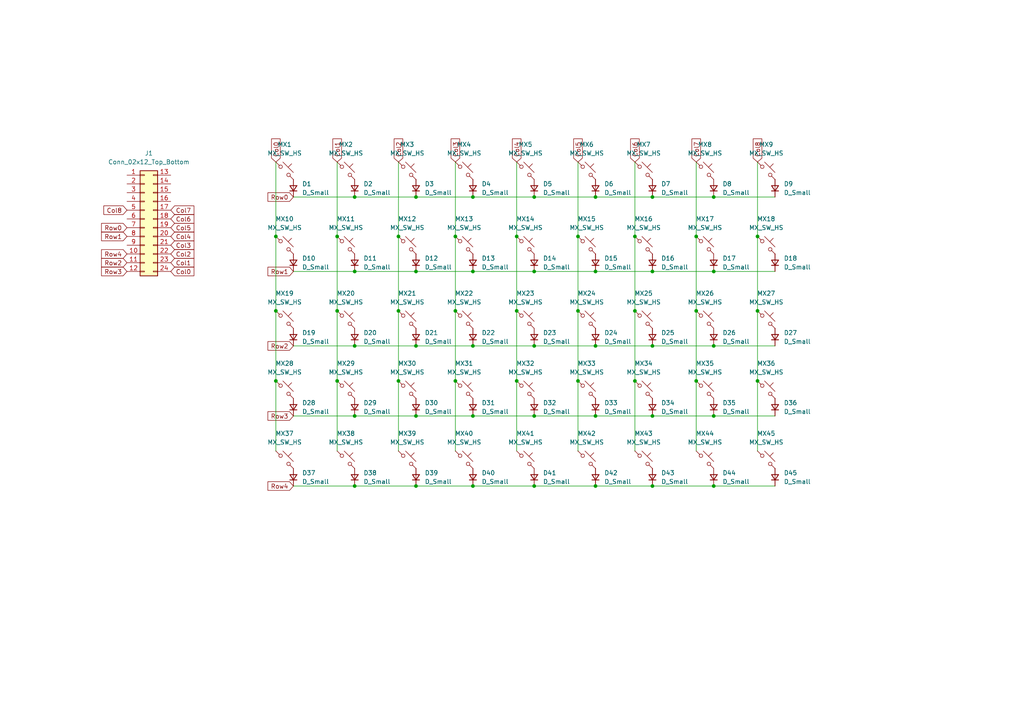
<source format=kicad_sch>
(kicad_sch (version 20230121) (generator eeschema)

  (uuid b8ca25f3-7329-4bb9-ae37-e560b159f207)

  (paper "A4")

  (lib_symbols
    (symbol "Connector_Generic:Conn_02x12_Top_Bottom" (pin_names (offset 1.016) hide) (in_bom yes) (on_board yes)
      (property "Reference" "J" (at 1.27 15.24 0)
        (effects (font (size 1.27 1.27)))
      )
      (property "Value" "Conn_02x12_Top_Bottom" (at 1.27 -17.78 0)
        (effects (font (size 1.27 1.27)))
      )
      (property "Footprint" "" (at 0 0 0)
        (effects (font (size 1.27 1.27)) hide)
      )
      (property "Datasheet" "~" (at 0 0 0)
        (effects (font (size 1.27 1.27)) hide)
      )
      (property "ki_keywords" "connector" (at 0 0 0)
        (effects (font (size 1.27 1.27)) hide)
      )
      (property "ki_description" "Generic connector, double row, 02x12, top/bottom pin numbering scheme (row 1: 1...pins_per_row, row2: pins_per_row+1 ... num_pins), script generated (kicad-library-utils/schlib/autogen/connector/)" (at 0 0 0)
        (effects (font (size 1.27 1.27)) hide)
      )
      (property "ki_fp_filters" "Connector*:*_2x??_*" (at 0 0 0)
        (effects (font (size 1.27 1.27)) hide)
      )
      (symbol "Conn_02x12_Top_Bottom_1_1"
        (rectangle (start -1.27 -15.113) (end 0 -15.367)
          (stroke (width 0.1524) (type default))
          (fill (type none))
        )
        (rectangle (start -1.27 -12.573) (end 0 -12.827)
          (stroke (width 0.1524) (type default))
          (fill (type none))
        )
        (rectangle (start -1.27 -10.033) (end 0 -10.287)
          (stroke (width 0.1524) (type default))
          (fill (type none))
        )
        (rectangle (start -1.27 -7.493) (end 0 -7.747)
          (stroke (width 0.1524) (type default))
          (fill (type none))
        )
        (rectangle (start -1.27 -4.953) (end 0 -5.207)
          (stroke (width 0.1524) (type default))
          (fill (type none))
        )
        (rectangle (start -1.27 -2.413) (end 0 -2.667)
          (stroke (width 0.1524) (type default))
          (fill (type none))
        )
        (rectangle (start -1.27 0.127) (end 0 -0.127)
          (stroke (width 0.1524) (type default))
          (fill (type none))
        )
        (rectangle (start -1.27 2.667) (end 0 2.413)
          (stroke (width 0.1524) (type default))
          (fill (type none))
        )
        (rectangle (start -1.27 5.207) (end 0 4.953)
          (stroke (width 0.1524) (type default))
          (fill (type none))
        )
        (rectangle (start -1.27 7.747) (end 0 7.493)
          (stroke (width 0.1524) (type default))
          (fill (type none))
        )
        (rectangle (start -1.27 10.287) (end 0 10.033)
          (stroke (width 0.1524) (type default))
          (fill (type none))
        )
        (rectangle (start -1.27 12.827) (end 0 12.573)
          (stroke (width 0.1524) (type default))
          (fill (type none))
        )
        (rectangle (start -1.27 13.97) (end 3.81 -16.51)
          (stroke (width 0.254) (type default))
          (fill (type background))
        )
        (rectangle (start 3.81 -15.113) (end 2.54 -15.367)
          (stroke (width 0.1524) (type default))
          (fill (type none))
        )
        (rectangle (start 3.81 -12.573) (end 2.54 -12.827)
          (stroke (width 0.1524) (type default))
          (fill (type none))
        )
        (rectangle (start 3.81 -10.033) (end 2.54 -10.287)
          (stroke (width 0.1524) (type default))
          (fill (type none))
        )
        (rectangle (start 3.81 -7.493) (end 2.54 -7.747)
          (stroke (width 0.1524) (type default))
          (fill (type none))
        )
        (rectangle (start 3.81 -4.953) (end 2.54 -5.207)
          (stroke (width 0.1524) (type default))
          (fill (type none))
        )
        (rectangle (start 3.81 -2.413) (end 2.54 -2.667)
          (stroke (width 0.1524) (type default))
          (fill (type none))
        )
        (rectangle (start 3.81 0.127) (end 2.54 -0.127)
          (stroke (width 0.1524) (type default))
          (fill (type none))
        )
        (rectangle (start 3.81 2.667) (end 2.54 2.413)
          (stroke (width 0.1524) (type default))
          (fill (type none))
        )
        (rectangle (start 3.81 5.207) (end 2.54 4.953)
          (stroke (width 0.1524) (type default))
          (fill (type none))
        )
        (rectangle (start 3.81 7.747) (end 2.54 7.493)
          (stroke (width 0.1524) (type default))
          (fill (type none))
        )
        (rectangle (start 3.81 10.287) (end 2.54 10.033)
          (stroke (width 0.1524) (type default))
          (fill (type none))
        )
        (rectangle (start 3.81 12.827) (end 2.54 12.573)
          (stroke (width 0.1524) (type default))
          (fill (type none))
        )
        (pin passive line (at -5.08 12.7 0) (length 3.81)
          (name "Pin_1" (effects (font (size 1.27 1.27))))
          (number "1" (effects (font (size 1.27 1.27))))
        )
        (pin passive line (at -5.08 -10.16 0) (length 3.81)
          (name "Pin_10" (effects (font (size 1.27 1.27))))
          (number "10" (effects (font (size 1.27 1.27))))
        )
        (pin passive line (at -5.08 -12.7 0) (length 3.81)
          (name "Pin_11" (effects (font (size 1.27 1.27))))
          (number "11" (effects (font (size 1.27 1.27))))
        )
        (pin passive line (at -5.08 -15.24 0) (length 3.81)
          (name "Pin_12" (effects (font (size 1.27 1.27))))
          (number "12" (effects (font (size 1.27 1.27))))
        )
        (pin passive line (at 7.62 12.7 180) (length 3.81)
          (name "Pin_13" (effects (font (size 1.27 1.27))))
          (number "13" (effects (font (size 1.27 1.27))))
        )
        (pin passive line (at 7.62 10.16 180) (length 3.81)
          (name "Pin_14" (effects (font (size 1.27 1.27))))
          (number "14" (effects (font (size 1.27 1.27))))
        )
        (pin passive line (at 7.62 7.62 180) (length 3.81)
          (name "Pin_15" (effects (font (size 1.27 1.27))))
          (number "15" (effects (font (size 1.27 1.27))))
        )
        (pin passive line (at 7.62 5.08 180) (length 3.81)
          (name "Pin_16" (effects (font (size 1.27 1.27))))
          (number "16" (effects (font (size 1.27 1.27))))
        )
        (pin passive line (at 7.62 2.54 180) (length 3.81)
          (name "Pin_17" (effects (font (size 1.27 1.27))))
          (number "17" (effects (font (size 1.27 1.27))))
        )
        (pin passive line (at 7.62 0 180) (length 3.81)
          (name "Pin_18" (effects (font (size 1.27 1.27))))
          (number "18" (effects (font (size 1.27 1.27))))
        )
        (pin passive line (at 7.62 -2.54 180) (length 3.81)
          (name "Pin_19" (effects (font (size 1.27 1.27))))
          (number "19" (effects (font (size 1.27 1.27))))
        )
        (pin passive line (at -5.08 10.16 0) (length 3.81)
          (name "Pin_2" (effects (font (size 1.27 1.27))))
          (number "2" (effects (font (size 1.27 1.27))))
        )
        (pin passive line (at 7.62 -5.08 180) (length 3.81)
          (name "Pin_20" (effects (font (size 1.27 1.27))))
          (number "20" (effects (font (size 1.27 1.27))))
        )
        (pin passive line (at 7.62 -7.62 180) (length 3.81)
          (name "Pin_21" (effects (font (size 1.27 1.27))))
          (number "21" (effects (font (size 1.27 1.27))))
        )
        (pin passive line (at 7.62 -10.16 180) (length 3.81)
          (name "Pin_22" (effects (font (size 1.27 1.27))))
          (number "22" (effects (font (size 1.27 1.27))))
        )
        (pin passive line (at 7.62 -12.7 180) (length 3.81)
          (name "Pin_23" (effects (font (size 1.27 1.27))))
          (number "23" (effects (font (size 1.27 1.27))))
        )
        (pin passive line (at 7.62 -15.24 180) (length 3.81)
          (name "Pin_24" (effects (font (size 1.27 1.27))))
          (number "24" (effects (font (size 1.27 1.27))))
        )
        (pin passive line (at -5.08 7.62 0) (length 3.81)
          (name "Pin_3" (effects (font (size 1.27 1.27))))
          (number "3" (effects (font (size 1.27 1.27))))
        )
        (pin passive line (at -5.08 5.08 0) (length 3.81)
          (name "Pin_4" (effects (font (size 1.27 1.27))))
          (number "4" (effects (font (size 1.27 1.27))))
        )
        (pin passive line (at -5.08 2.54 0) (length 3.81)
          (name "Pin_5" (effects (font (size 1.27 1.27))))
          (number "5" (effects (font (size 1.27 1.27))))
        )
        (pin passive line (at -5.08 0 0) (length 3.81)
          (name "Pin_6" (effects (font (size 1.27 1.27))))
          (number "6" (effects (font (size 1.27 1.27))))
        )
        (pin passive line (at -5.08 -2.54 0) (length 3.81)
          (name "Pin_7" (effects (font (size 1.27 1.27))))
          (number "7" (effects (font (size 1.27 1.27))))
        )
        (pin passive line (at -5.08 -5.08 0) (length 3.81)
          (name "Pin_8" (effects (font (size 1.27 1.27))))
          (number "8" (effects (font (size 1.27 1.27))))
        )
        (pin passive line (at -5.08 -7.62 0) (length 3.81)
          (name "Pin_9" (effects (font (size 1.27 1.27))))
          (number "9" (effects (font (size 1.27 1.27))))
        )
      )
    )
    (symbol "Device:D_Small" (pin_numbers hide) (pin_names (offset 0.254) hide) (in_bom yes) (on_board yes)
      (property "Reference" "D" (at -1.27 2.032 0)
        (effects (font (size 1.27 1.27)) (justify left))
      )
      (property "Value" "D_Small" (at -3.81 -2.032 0)
        (effects (font (size 1.27 1.27)) (justify left))
      )
      (property "Footprint" "" (at 0 0 90)
        (effects (font (size 1.27 1.27)) hide)
      )
      (property "Datasheet" "~" (at 0 0 90)
        (effects (font (size 1.27 1.27)) hide)
      )
      (property "Sim.Device" "D" (at 0 0 0)
        (effects (font (size 1.27 1.27)) hide)
      )
      (property "Sim.Pins" "1=K 2=A" (at 0 0 0)
        (effects (font (size 1.27 1.27)) hide)
      )
      (property "ki_keywords" "diode" (at 0 0 0)
        (effects (font (size 1.27 1.27)) hide)
      )
      (property "ki_description" "Diode, small symbol" (at 0 0 0)
        (effects (font (size 1.27 1.27)) hide)
      )
      (property "ki_fp_filters" "TO-???* *_Diode_* *SingleDiode* D_*" (at 0 0 0)
        (effects (font (size 1.27 1.27)) hide)
      )
      (symbol "D_Small_0_1"
        (polyline
          (pts
            (xy -0.762 -1.016)
            (xy -0.762 1.016)
          )
          (stroke (width 0.254) (type default))
          (fill (type none))
        )
        (polyline
          (pts
            (xy -0.762 0)
            (xy 0.762 0)
          )
          (stroke (width 0) (type default))
          (fill (type none))
        )
        (polyline
          (pts
            (xy 0.762 -1.016)
            (xy -0.762 0)
            (xy 0.762 1.016)
            (xy 0.762 -1.016)
          )
          (stroke (width 0.254) (type default))
          (fill (type none))
        )
      )
      (symbol "D_Small_1_1"
        (pin passive line (at -2.54 0 0) (length 1.778)
          (name "K" (effects (font (size 1.27 1.27))))
          (number "1" (effects (font (size 1.27 1.27))))
        )
        (pin passive line (at 2.54 0 180) (length 1.778)
          (name "A" (effects (font (size 1.27 1.27))))
          (number "2" (effects (font (size 1.27 1.27))))
        )
      )
    )
    (symbol "PCM_marbastlib-mx:MX_SW_HS" (pin_numbers hide) (pin_names (offset 1.016) hide) (in_bom yes) (on_board yes)
      (property "Reference" "MX" (at 3.048 1.016 0)
        (effects (font (size 1.27 1.27)) (justify left))
      )
      (property "Value" "MX_SW_HS" (at 0 -3.81 0)
        (effects (font (size 1.27 1.27)))
      )
      (property "Footprint" "PCM_marbastlib-mx:SW_MX_HS_1u" (at 0 0 0)
        (effects (font (size 1.27 1.27)) hide)
      )
      (property "Datasheet" "~" (at 0 0 0)
        (effects (font (size 1.27 1.27)) hide)
      )
      (property "ki_keywords" "switch normally-open pushbutton push-button" (at 0 0 0)
        (effects (font (size 1.27 1.27)) hide)
      )
      (property "ki_description" "Push button switch, normally open, two pins, 45° tilted" (at 0 0 0)
        (effects (font (size 1.27 1.27)) hide)
      )
      (symbol "MX_SW_HS_0_1"
        (circle (center -1.1684 1.1684) (radius 0.508)
          (stroke (width 0) (type default))
          (fill (type none))
        )
        (polyline
          (pts
            (xy -0.508 2.54)
            (xy 2.54 -0.508)
          )
          (stroke (width 0) (type default))
          (fill (type none))
        )
        (polyline
          (pts
            (xy 1.016 1.016)
            (xy 2.032 2.032)
          )
          (stroke (width 0) (type default))
          (fill (type none))
        )
        (polyline
          (pts
            (xy -2.54 2.54)
            (xy -1.524 1.524)
            (xy -1.524 1.524)
          )
          (stroke (width 0) (type default))
          (fill (type none))
        )
        (polyline
          (pts
            (xy 1.524 -1.524)
            (xy 2.54 -2.54)
            (xy 2.54 -2.54)
            (xy 2.54 -2.54)
          )
          (stroke (width 0) (type default))
          (fill (type none))
        )
        (circle (center 1.143 -1.1938) (radius 0.508)
          (stroke (width 0) (type default))
          (fill (type none))
        )
        (pin passive line (at -2.54 2.54 0) (length 0)
          (name "1" (effects (font (size 1.27 1.27))))
          (number "1" (effects (font (size 1.27 1.27))))
        )
        (pin passive line (at 2.54 -2.54 180) (length 0)
          (name "2" (effects (font (size 1.27 1.27))))
          (number "2" (effects (font (size 1.27 1.27))))
        )
      )
    )
  )

  (junction (at 137.16 120.65) (diameter 0) (color 0 0 0 0)
    (uuid 026499e9-0670-4251-ad61-7be5223f6b72)
  )
  (junction (at 201.93 68.58) (diameter 0) (color 0 0 0 0)
    (uuid 03a53122-6265-414b-8e05-81fe322d8737)
  )
  (junction (at 149.86 68.58) (diameter 0) (color 0 0 0 0)
    (uuid 048d24bf-1569-417e-9a61-b97874cd5f56)
  )
  (junction (at 154.94 100.33) (diameter 0) (color 0 0 0 0)
    (uuid 049a5d68-48e1-4f6f-a623-3d1db1d10ef0)
  )
  (junction (at 207.01 57.15) (diameter 0) (color 0 0 0 0)
    (uuid 04d9e1cf-f607-4af0-bd08-4fc197f3da19)
  )
  (junction (at 189.23 78.74) (diameter 0) (color 0 0 0 0)
    (uuid 05e9a6ec-4943-43c6-8f35-0cc647f1488b)
  )
  (junction (at 137.16 140.97) (diameter 0) (color 0 0 0 0)
    (uuid 09831e66-dfb9-427f-9389-958b673056ec)
  )
  (junction (at 137.16 78.74) (diameter 0) (color 0 0 0 0)
    (uuid 0f51e1eb-5727-45c9-9b35-b4c23bf66f3d)
  )
  (junction (at 120.65 140.97) (diameter 0) (color 0 0 0 0)
    (uuid 1319b608-1740-43c7-b709-4b1af67dfcf3)
  )
  (junction (at 154.94 140.97) (diameter 0) (color 0 0 0 0)
    (uuid 140dafb1-83b1-4d63-86f1-d50b6b0b56c6)
  )
  (junction (at 149.86 110.49) (diameter 0) (color 0 0 0 0)
    (uuid 1547ba4a-ef4d-4380-af71-2c38b59d3bca)
  )
  (junction (at 102.87 120.65) (diameter 0) (color 0 0 0 0)
    (uuid 1fbe2ac8-a5e2-4604-ace8-e0b3d85a58af)
  )
  (junction (at 115.57 68.58) (diameter 0) (color 0 0 0 0)
    (uuid 20cd3ac5-7a5c-4c35-906e-875ff42a4b79)
  )
  (junction (at 219.71 68.58) (diameter 0) (color 0 0 0 0)
    (uuid 29a2f36c-0e99-4bb7-bf8c-dab6f1bad38d)
  )
  (junction (at 137.16 57.15) (diameter 0) (color 0 0 0 0)
    (uuid 2ee92571-73cb-471e-a50d-1ceb98acb115)
  )
  (junction (at 207.01 100.33) (diameter 0) (color 0 0 0 0)
    (uuid 31b8176c-6083-4f20-acad-4eaf9e4be5f8)
  )
  (junction (at 102.87 78.74) (diameter 0) (color 0 0 0 0)
    (uuid 333d38f9-ee20-4bd7-bf3b-ebc4eafe10ce)
  )
  (junction (at 97.79 68.58) (diameter 0) (color 0 0 0 0)
    (uuid 3463e273-6a91-4471-a9c5-0d729efb90a4)
  )
  (junction (at 149.86 90.17) (diameter 0) (color 0 0 0 0)
    (uuid 396b6849-ee71-4906-a6d8-c6048efae4ef)
  )
  (junction (at 172.72 120.65) (diameter 0) (color 0 0 0 0)
    (uuid 4543d6f6-2630-452b-82a9-eb6ece412aaf)
  )
  (junction (at 132.08 68.58) (diameter 0) (color 0 0 0 0)
    (uuid 47130a87-577f-4a3c-b78c-deb2aa9098f3)
  )
  (junction (at 184.15 68.58) (diameter 0) (color 0 0 0 0)
    (uuid 48215d03-3ad2-4fc2-baa2-ae2461d6ebf1)
  )
  (junction (at 154.94 120.65) (diameter 0) (color 0 0 0 0)
    (uuid 49e81924-8355-41d7-b7d2-7dbd2d6fa0a8)
  )
  (junction (at 137.16 100.33) (diameter 0) (color 0 0 0 0)
    (uuid 4bea14ba-7225-483a-8236-4cd3be58e112)
  )
  (junction (at 184.15 110.49) (diameter 0) (color 0 0 0 0)
    (uuid 4e9f8467-07e1-4a52-bb2d-97e0b0690f99)
  )
  (junction (at 80.01 90.17) (diameter 0) (color 0 0 0 0)
    (uuid 5001e130-3e6a-439d-a202-e3b1fb86976c)
  )
  (junction (at 132.08 110.49) (diameter 0) (color 0 0 0 0)
    (uuid 50700379-b56d-4a11-8c9f-9d2bbd3f9202)
  )
  (junction (at 115.57 110.49) (diameter 0) (color 0 0 0 0)
    (uuid 62c47dc9-f799-44be-8e86-b760e4ae21f5)
  )
  (junction (at 219.71 90.17) (diameter 0) (color 0 0 0 0)
    (uuid 6458ff95-6d45-4fcc-a09c-41a80f49c0a5)
  )
  (junction (at 207.01 140.97) (diameter 0) (color 0 0 0 0)
    (uuid 6b59602d-6c26-48a4-b931-3c817f709d9c)
  )
  (junction (at 120.65 120.65) (diameter 0) (color 0 0 0 0)
    (uuid 713a70e1-bf80-404c-823e-434ea44720dc)
  )
  (junction (at 172.72 78.74) (diameter 0) (color 0 0 0 0)
    (uuid 727dda08-625e-4250-ab7a-97e218e8055a)
  )
  (junction (at 189.23 57.15) (diameter 0) (color 0 0 0 0)
    (uuid 77edc7ef-de30-49a1-bfe7-645d244f73e3)
  )
  (junction (at 189.23 100.33) (diameter 0) (color 0 0 0 0)
    (uuid 78a5e0f1-41cc-4714-8139-00d0d0857f2f)
  )
  (junction (at 102.87 100.33) (diameter 0) (color 0 0 0 0)
    (uuid 7c3870f7-e19a-4762-a02d-dce8b5070405)
  )
  (junction (at 172.72 57.15) (diameter 0) (color 0 0 0 0)
    (uuid 86cebfb6-e904-4b26-9b19-c81e2fab06ad)
  )
  (junction (at 120.65 57.15) (diameter 0) (color 0 0 0 0)
    (uuid 89060de9-25bc-498a-baef-899bc26434bd)
  )
  (junction (at 207.01 78.74) (diameter 0) (color 0 0 0 0)
    (uuid 8a4a9a75-631a-4904-96a1-3d67b1648087)
  )
  (junction (at 97.79 90.17) (diameter 0) (color 0 0 0 0)
    (uuid 8d53fdb7-3db5-494f-b037-df09ffc92229)
  )
  (junction (at 207.01 120.65) (diameter 0) (color 0 0 0 0)
    (uuid 8ea5f3a9-6cb6-4c5b-be53-41421acad2ea)
  )
  (junction (at 172.72 140.97) (diameter 0) (color 0 0 0 0)
    (uuid 90789e4e-bd03-4c3c-b111-bc5469ad9d36)
  )
  (junction (at 167.64 68.58) (diameter 0) (color 0 0 0 0)
    (uuid 9167e51a-e9d6-45c6-81db-8adef30cc2d0)
  )
  (junction (at 189.23 140.97) (diameter 0) (color 0 0 0 0)
    (uuid 95229f42-6d59-4d8f-a21e-97e6d95ebdfa)
  )
  (junction (at 80.01 110.49) (diameter 0) (color 0 0 0 0)
    (uuid 963c0272-92b1-4c99-8f1a-8e22474475e2)
  )
  (junction (at 132.08 90.17) (diameter 0) (color 0 0 0 0)
    (uuid 9d8946da-029d-44b8-bd4e-08f4c1b503e0)
  )
  (junction (at 102.87 140.97) (diameter 0) (color 0 0 0 0)
    (uuid 9fd117bd-a806-4239-ba11-bb53dc9d12e1)
  )
  (junction (at 120.65 100.33) (diameter 0) (color 0 0 0 0)
    (uuid a276c9f8-a347-42c0-80a7-9448a6dbaac8)
  )
  (junction (at 172.72 100.33) (diameter 0) (color 0 0 0 0)
    (uuid a779abbe-957c-489f-b389-f1882eef3e5f)
  )
  (junction (at 102.87 57.15) (diameter 0) (color 0 0 0 0)
    (uuid abe979ae-fe24-4ab5-b8b0-8f8793ea904c)
  )
  (junction (at 201.93 90.17) (diameter 0) (color 0 0 0 0)
    (uuid ac8f1546-c903-4544-b6fe-ffff7f68b2d2)
  )
  (junction (at 154.94 57.15) (diameter 0) (color 0 0 0 0)
    (uuid ae7e2deb-08f6-495a-bdad-d91aa092c787)
  )
  (junction (at 115.57 90.17) (diameter 0) (color 0 0 0 0)
    (uuid b6a85424-88a8-4924-93c0-eec0a3ac5b0a)
  )
  (junction (at 201.93 110.49) (diameter 0) (color 0 0 0 0)
    (uuid bc074e39-bcf3-4e2d-83bd-a67fa0c92547)
  )
  (junction (at 167.64 110.49) (diameter 0) (color 0 0 0 0)
    (uuid c1eabf0b-e826-4226-8867-eda642f1e657)
  )
  (junction (at 120.65 78.74) (diameter 0) (color 0 0 0 0)
    (uuid c82de716-accd-4234-acfd-37b1129a0435)
  )
  (junction (at 167.64 90.17) (diameter 0) (color 0 0 0 0)
    (uuid c966d3cb-1486-46a6-ac81-1b267f72d2b1)
  )
  (junction (at 154.94 78.74) (diameter 0) (color 0 0 0 0)
    (uuid cadb2d18-c058-4d4b-b0f6-2ebaf6b590f1)
  )
  (junction (at 97.79 110.49) (diameter 0) (color 0 0 0 0)
    (uuid d0ece7b6-3f63-4c21-a721-16d9cda7f783)
  )
  (junction (at 189.23 120.65) (diameter 0) (color 0 0 0 0)
    (uuid d0ed9315-b9e9-4227-8927-edce716abccb)
  )
  (junction (at 219.71 110.49) (diameter 0) (color 0 0 0 0)
    (uuid dcc16eac-b1ee-473c-9b41-771368d8e8e6)
  )
  (junction (at 80.01 68.58) (diameter 0) (color 0 0 0 0)
    (uuid de130a29-9e0c-44e7-9d4a-6d3799a3c7b2)
  )
  (junction (at 184.15 90.17) (diameter 0) (color 0 0 0 0)
    (uuid ed9e0bf7-e385-4e26-85b0-190114735422)
  )

  (wire (pts (xy 201.93 110.49) (xy 201.93 130.81))
    (stroke (width 0) (type default))
    (uuid 01eee088-8bc7-434a-8b30-d8efbb86027b)
  )
  (wire (pts (xy 97.79 68.58) (xy 97.79 90.17))
    (stroke (width 0) (type default))
    (uuid 0468403c-7350-4f96-ab3b-82de894528de)
  )
  (wire (pts (xy 102.87 120.65) (xy 120.65 120.65))
    (stroke (width 0) (type default))
    (uuid 066a00c5-b0d2-4988-b3db-945acffbf74a)
  )
  (wire (pts (xy 115.57 46.99) (xy 115.57 68.58))
    (stroke (width 0) (type default))
    (uuid 0deac6b0-2a9a-4e2f-88bc-712399c5825e)
  )
  (wire (pts (xy 120.65 100.33) (xy 137.16 100.33))
    (stroke (width 0) (type default))
    (uuid 19bd8c5c-8947-425f-b015-98880b1de9bb)
  )
  (wire (pts (xy 154.94 57.15) (xy 172.72 57.15))
    (stroke (width 0) (type default))
    (uuid 1dc8ee7e-b466-46bd-83a6-f2da60322124)
  )
  (wire (pts (xy 120.65 140.97) (xy 137.16 140.97))
    (stroke (width 0) (type default))
    (uuid 23ccf27f-afe5-4918-b812-c1599e456423)
  )
  (wire (pts (xy 80.01 68.58) (xy 80.01 90.17))
    (stroke (width 0) (type default))
    (uuid 279970c2-8da6-4c54-ab56-b86851fbdcd9)
  )
  (wire (pts (xy 137.16 120.65) (xy 154.94 120.65))
    (stroke (width 0) (type default))
    (uuid 2b65869a-c053-4e23-b226-65056998a34c)
  )
  (wire (pts (xy 207.01 100.33) (xy 224.79 100.33))
    (stroke (width 0) (type default))
    (uuid 2e1f4ae9-ad36-4a39-9aec-a74278c637db)
  )
  (wire (pts (xy 189.23 78.74) (xy 207.01 78.74))
    (stroke (width 0) (type default))
    (uuid 300d4a09-96a2-49c4-a091-eadf2b090b55)
  )
  (wire (pts (xy 167.64 90.17) (xy 167.64 110.49))
    (stroke (width 0) (type default))
    (uuid 3190e977-88fe-44f8-bbde-d63b32777bcf)
  )
  (wire (pts (xy 80.01 110.49) (xy 80.01 130.81))
    (stroke (width 0) (type default))
    (uuid 32fcc619-a5cb-4614-8f52-bccacf03f91a)
  )
  (wire (pts (xy 137.16 78.74) (xy 154.94 78.74))
    (stroke (width 0) (type default))
    (uuid 384e84a4-9234-4982-82f7-9910732a083f)
  )
  (wire (pts (xy 172.72 78.74) (xy 189.23 78.74))
    (stroke (width 0) (type default))
    (uuid 4a77ef86-7979-41cf-b35a-c5c3306050bc)
  )
  (wire (pts (xy 172.72 120.65) (xy 189.23 120.65))
    (stroke (width 0) (type default))
    (uuid 4b178000-6bcd-4401-831d-6360d70dcdae)
  )
  (wire (pts (xy 102.87 57.15) (xy 120.65 57.15))
    (stroke (width 0) (type default))
    (uuid 4d737899-60d0-4cba-a02a-a9262d0e9356)
  )
  (wire (pts (xy 219.71 46.99) (xy 219.71 68.58))
    (stroke (width 0) (type default))
    (uuid 53bf3ae3-558f-4581-8f2d-3bba69d2b99a)
  )
  (wire (pts (xy 115.57 110.49) (xy 115.57 130.81))
    (stroke (width 0) (type default))
    (uuid 5990fcf8-7b4f-4785-b6f4-d9a94b73603d)
  )
  (wire (pts (xy 219.71 68.58) (xy 219.71 90.17))
    (stroke (width 0) (type default))
    (uuid 5d011d47-e48f-4074-a2e6-380dec448b41)
  )
  (wire (pts (xy 189.23 57.15) (xy 207.01 57.15))
    (stroke (width 0) (type default))
    (uuid 5f36c628-1dc0-43d3-8ca3-e4f78eb3b119)
  )
  (wire (pts (xy 137.16 57.15) (xy 154.94 57.15))
    (stroke (width 0) (type default))
    (uuid 65e1845c-40fa-4de8-9703-dcaedda41477)
  )
  (wire (pts (xy 80.01 46.99) (xy 80.01 68.58))
    (stroke (width 0) (type default))
    (uuid 661acc7f-a3b4-4c4e-8ba8-1d7aac38dbbb)
  )
  (wire (pts (xy 184.15 46.99) (xy 184.15 68.58))
    (stroke (width 0) (type default))
    (uuid 67d3e5e1-dd9d-4984-91ce-1a0a05fdcd67)
  )
  (wire (pts (xy 80.01 90.17) (xy 80.01 110.49))
    (stroke (width 0) (type default))
    (uuid 6806cb41-1dbf-4a2f-804d-d35a0f8cc093)
  )
  (wire (pts (xy 102.87 140.97) (xy 120.65 140.97))
    (stroke (width 0) (type default))
    (uuid 6b8a3cdd-073c-4085-b9b2-f691c0964ed7)
  )
  (wire (pts (xy 172.72 140.97) (xy 189.23 140.97))
    (stroke (width 0) (type default))
    (uuid 6c5b8902-9ef4-4eb5-ac05-7f90b8a9aced)
  )
  (wire (pts (xy 120.65 78.74) (xy 137.16 78.74))
    (stroke (width 0) (type default))
    (uuid 6e89967a-e883-470e-aaa6-b8c2552257ec)
  )
  (wire (pts (xy 154.94 100.33) (xy 172.72 100.33))
    (stroke (width 0) (type default))
    (uuid 70424b02-a8bc-40bc-b3cb-dabff8b7a492)
  )
  (wire (pts (xy 85.09 140.97) (xy 102.87 140.97))
    (stroke (width 0) (type default))
    (uuid 72650ad6-a3e3-445b-acf1-726aa71d9f90)
  )
  (wire (pts (xy 120.65 57.15) (xy 137.16 57.15))
    (stroke (width 0) (type default))
    (uuid 74a906f5-93c4-43b9-baaf-ee025920022b)
  )
  (wire (pts (xy 167.64 110.49) (xy 167.64 130.81))
    (stroke (width 0) (type default))
    (uuid 755417d1-a279-4fc4-8d1f-0d2fd7176c2b)
  )
  (wire (pts (xy 115.57 90.17) (xy 115.57 110.49))
    (stroke (width 0) (type default))
    (uuid 762905dc-3d4b-4f90-a2c9-c147a6ec53bc)
  )
  (wire (pts (xy 219.71 110.49) (xy 219.71 130.81))
    (stroke (width 0) (type default))
    (uuid 781688a5-09d1-429b-8c2d-26d521d0a10d)
  )
  (wire (pts (xy 132.08 68.58) (xy 132.08 90.17))
    (stroke (width 0) (type default))
    (uuid 80bd6bcc-5808-47ca-a980-6a4014eb098e)
  )
  (wire (pts (xy 201.93 90.17) (xy 201.93 110.49))
    (stroke (width 0) (type default))
    (uuid 80dbebd8-89bd-495d-8d6a-01c4c68049b6)
  )
  (wire (pts (xy 97.79 110.49) (xy 97.79 130.81))
    (stroke (width 0) (type default))
    (uuid 834f6ea5-953a-48af-8a8a-7af2a0ccd8c2)
  )
  (wire (pts (xy 154.94 78.74) (xy 172.72 78.74))
    (stroke (width 0) (type default))
    (uuid 898a55bd-bce2-4b93-8c0f-a56193368673)
  )
  (wire (pts (xy 132.08 110.49) (xy 132.08 130.81))
    (stroke (width 0) (type default))
    (uuid 8a0aa411-8f68-45d6-88c3-53c80a50250d)
  )
  (wire (pts (xy 149.86 68.58) (xy 149.86 90.17))
    (stroke (width 0) (type default))
    (uuid 8ec2a964-3cb0-42a8-930d-b07397e8320d)
  )
  (wire (pts (xy 172.72 57.15) (xy 189.23 57.15))
    (stroke (width 0) (type default))
    (uuid 96db183d-457e-4361-8fe7-65fb0942e65f)
  )
  (wire (pts (xy 207.01 78.74) (xy 224.79 78.74))
    (stroke (width 0) (type default))
    (uuid 987c9151-ccbe-4f78-a636-ee7d723959a4)
  )
  (wire (pts (xy 167.64 68.58) (xy 167.64 90.17))
    (stroke (width 0) (type default))
    (uuid 988321a4-3bcc-4c02-a06d-1c0b505096d5)
  )
  (wire (pts (xy 97.79 90.17) (xy 97.79 110.49))
    (stroke (width 0) (type default))
    (uuid 99de4200-057f-4338-a094-0bb38fd046a2)
  )
  (wire (pts (xy 184.15 68.58) (xy 184.15 90.17))
    (stroke (width 0) (type default))
    (uuid 9de2415f-8922-44f5-9562-7bd73e2bd7c8)
  )
  (wire (pts (xy 85.09 78.74) (xy 102.87 78.74))
    (stroke (width 0) (type default))
    (uuid a06bae44-c9c5-409e-92d8-047f70a10068)
  )
  (wire (pts (xy 189.23 140.97) (xy 207.01 140.97))
    (stroke (width 0) (type default))
    (uuid a1722af4-3681-464f-b01e-5f13e05c0543)
  )
  (wire (pts (xy 189.23 120.65) (xy 207.01 120.65))
    (stroke (width 0) (type default))
    (uuid a294b272-2b02-498b-a71a-a09d54d6045a)
  )
  (wire (pts (xy 154.94 140.97) (xy 172.72 140.97))
    (stroke (width 0) (type default))
    (uuid aa51ffdf-2093-43f7-b428-cf4359350a13)
  )
  (wire (pts (xy 85.09 57.15) (xy 102.87 57.15))
    (stroke (width 0) (type default))
    (uuid b0ba82ed-68a9-40aa-ad15-00459cfcff47)
  )
  (wire (pts (xy 184.15 110.49) (xy 184.15 130.81))
    (stroke (width 0) (type default))
    (uuid b2065a7c-8a6d-45a5-8eca-8b18166bb14d)
  )
  (wire (pts (xy 149.86 46.99) (xy 149.86 68.58))
    (stroke (width 0) (type default))
    (uuid b4d872f3-4708-4979-bfbf-59b951714d93)
  )
  (wire (pts (xy 207.01 120.65) (xy 224.79 120.65))
    (stroke (width 0) (type default))
    (uuid b53dc547-a384-4ac6-b7a4-903ad027fd8a)
  )
  (wire (pts (xy 219.71 90.17) (xy 219.71 110.49))
    (stroke (width 0) (type default))
    (uuid b5bd21e9-8f09-43f9-aee4-bb3961504b67)
  )
  (wire (pts (xy 102.87 78.74) (xy 120.65 78.74))
    (stroke (width 0) (type default))
    (uuid b6a72c5c-6687-4932-841d-3a1e5b415600)
  )
  (wire (pts (xy 85.09 100.33) (xy 102.87 100.33))
    (stroke (width 0) (type default))
    (uuid b888bf3a-9b2d-4792-900d-595a42b043a0)
  )
  (wire (pts (xy 201.93 68.58) (xy 201.93 90.17))
    (stroke (width 0) (type default))
    (uuid ba728b0f-31b0-4d50-b7eb-44049d83cac1)
  )
  (wire (pts (xy 132.08 90.17) (xy 132.08 110.49))
    (stroke (width 0) (type default))
    (uuid bb768487-e565-4c04-bfb9-f1f449e01e30)
  )
  (wire (pts (xy 184.15 90.17) (xy 184.15 110.49))
    (stroke (width 0) (type default))
    (uuid cdd0a164-a10b-45e3-8da8-9424deacd9da)
  )
  (wire (pts (xy 207.01 140.97) (xy 224.79 140.97))
    (stroke (width 0) (type default))
    (uuid d0f8558d-a240-4ad9-a134-973af350aa3c)
  )
  (wire (pts (xy 97.79 46.99) (xy 97.79 68.58))
    (stroke (width 0) (type default))
    (uuid d540a528-fae3-4f8e-8554-1c230e343e9e)
  )
  (wire (pts (xy 149.86 90.17) (xy 149.86 110.49))
    (stroke (width 0) (type default))
    (uuid d83b4326-722d-4df3-8408-a6b359d66123)
  )
  (wire (pts (xy 167.64 46.99) (xy 167.64 68.58))
    (stroke (width 0) (type default))
    (uuid d85b9ea8-7911-4cdd-be66-7ae030621312)
  )
  (wire (pts (xy 137.16 100.33) (xy 154.94 100.33))
    (stroke (width 0) (type default))
    (uuid df0a7864-b765-4385-9733-05df381ff55f)
  )
  (wire (pts (xy 85.09 120.65) (xy 102.87 120.65))
    (stroke (width 0) (type default))
    (uuid e1776d33-40a2-42dd-aa12-b5c487f92b85)
  )
  (wire (pts (xy 207.01 57.15) (xy 224.79 57.15))
    (stroke (width 0) (type default))
    (uuid e21fddf1-67f1-4dd5-9d58-2d0966478f6e)
  )
  (wire (pts (xy 201.93 46.99) (xy 201.93 68.58))
    (stroke (width 0) (type default))
    (uuid e52ee3d9-9bcb-4d38-8f88-8daf9e9eb17e)
  )
  (wire (pts (xy 137.16 140.97) (xy 154.94 140.97))
    (stroke (width 0) (type default))
    (uuid e7697792-e796-4941-aa4f-48d33f81f683)
  )
  (wire (pts (xy 102.87 100.33) (xy 120.65 100.33))
    (stroke (width 0) (type default))
    (uuid e794e9fb-5bc2-4e1c-bf43-7ef45a3364f6)
  )
  (wire (pts (xy 189.23 100.33) (xy 207.01 100.33))
    (stroke (width 0) (type default))
    (uuid f0edda01-4574-4668-a790-98675d3fabbd)
  )
  (wire (pts (xy 132.08 46.99) (xy 132.08 68.58))
    (stroke (width 0) (type default))
    (uuid f44383fb-de8e-4b43-8564-3d6f024d0e03)
  )
  (wire (pts (xy 172.72 100.33) (xy 189.23 100.33))
    (stroke (width 0) (type default))
    (uuid f6c73281-d267-4a6b-bded-ff1594c51658)
  )
  (wire (pts (xy 154.94 120.65) (xy 172.72 120.65))
    (stroke (width 0) (type default))
    (uuid f9f3207b-b747-4838-a138-4eb622b383ae)
  )
  (wire (pts (xy 115.57 68.58) (xy 115.57 90.17))
    (stroke (width 0) (type default))
    (uuid fb815293-cddc-479f-85f7-bf3eec92cad5)
  )
  (wire (pts (xy 120.65 120.65) (xy 137.16 120.65))
    (stroke (width 0) (type default))
    (uuid fbf9ac03-12f3-4088-9f66-97d925e59b12)
  )
  (wire (pts (xy 149.86 110.49) (xy 149.86 130.81))
    (stroke (width 0) (type default))
    (uuid fc9301ce-916b-48cf-ad27-0e1bc6e1e26d)
  )

  (global_label "Col5" (shape input) (at 49.53 66.04 0) (fields_autoplaced)
    (effects (font (size 1.27 1.27)) (justify left))
    (uuid 01b5b84c-5443-4c2d-810a-f24091f65b6c)
    (property "Intersheetrefs" "${INTERSHEET_REFS}" (at 56.8089 66.04 0)
      (effects (font (size 1.27 1.27)) (justify left) hide)
    )
  )
  (global_label "Col7" (shape input) (at 201.93 46.99 90) (fields_autoplaced)
    (effects (font (size 1.27 1.27)) (justify left))
    (uuid 0934c2b6-b49a-4d28-ba10-71d9b5aedcae)
    (property "Intersheetrefs" "${INTERSHEET_REFS}" (at 201.93 39.7111 90)
      (effects (font (size 1.27 1.27)) (justify left) hide)
    )
  )
  (global_label "Col0" (shape input) (at 49.53 78.74 0) (fields_autoplaced)
    (effects (font (size 1.27 1.27)) (justify left))
    (uuid 0b0abf12-3d7c-498b-9ce7-5125d58d9d55)
    (property "Intersheetrefs" "${INTERSHEET_REFS}" (at 56.8089 78.74 0)
      (effects (font (size 1.27 1.27)) (justify left) hide)
    )
  )
  (global_label "Col1" (shape input) (at 49.53 76.2 0) (fields_autoplaced)
    (effects (font (size 1.27 1.27)) (justify left))
    (uuid 0c65c830-5468-454b-a5a3-d31e86850734)
    (property "Intersheetrefs" "${INTERSHEET_REFS}" (at 56.8089 76.2 0)
      (effects (font (size 1.27 1.27)) (justify left) hide)
    )
  )
  (global_label "Col2" (shape input) (at 49.53 73.66 0) (fields_autoplaced)
    (effects (font (size 1.27 1.27)) (justify left))
    (uuid 0ea1c2da-1685-404b-9cda-e5e51cc0f84b)
    (property "Intersheetrefs" "${INTERSHEET_REFS}" (at 56.8089 73.66 0)
      (effects (font (size 1.27 1.27)) (justify left) hide)
    )
  )
  (global_label "Col6" (shape input) (at 49.53 63.5 0) (fields_autoplaced)
    (effects (font (size 1.27 1.27)) (justify left))
    (uuid 16b730b2-2f4f-43e7-b01e-c55d8751fa90)
    (property "Intersheetrefs" "${INTERSHEET_REFS}" (at 56.8089 63.5 0)
      (effects (font (size 1.27 1.27)) (justify left) hide)
    )
  )
  (global_label "Col1" (shape input) (at 97.79 46.99 90) (fields_autoplaced)
    (effects (font (size 1.27 1.27)) (justify left))
    (uuid 28ecf741-9b05-4d82-96dd-8a0b9c5a52e8)
    (property "Intersheetrefs" "${INTERSHEET_REFS}" (at 97.79 39.7111 90)
      (effects (font (size 1.27 1.27)) (justify left) hide)
    )
  )
  (global_label "Row2" (shape input) (at 85.09 100.33 180) (fields_autoplaced)
    (effects (font (size 1.27 1.27)) (justify right))
    (uuid 2a250f88-62eb-4d90-b21b-9e23f5ad7445)
    (property "Intersheetrefs" "${INTERSHEET_REFS}" (at 77.1458 100.33 0)
      (effects (font (size 1.27 1.27)) (justify right) hide)
    )
  )
  (global_label "Col0" (shape input) (at 80.01 46.99 90) (fields_autoplaced)
    (effects (font (size 1.27 1.27)) (justify left))
    (uuid 2bf0e8a9-568a-4c34-8cc9-449c70273315)
    (property "Intersheetrefs" "${INTERSHEET_REFS}" (at 80.01 39.7111 90)
      (effects (font (size 1.27 1.27)) (justify left) hide)
    )
  )
  (global_label "Col3" (shape input) (at 132.08 46.99 90) (fields_autoplaced)
    (effects (font (size 1.27 1.27)) (justify left))
    (uuid 46b6b456-592e-42a4-87cf-c32a4ccc1555)
    (property "Intersheetrefs" "${INTERSHEET_REFS}" (at 132.08 39.7111 90)
      (effects (font (size 1.27 1.27)) (justify left) hide)
    )
  )
  (global_label "Col8" (shape input) (at 36.83 60.96 180) (fields_autoplaced)
    (effects (font (size 1.27 1.27)) (justify right))
    (uuid 4ad98692-10f6-42de-9861-7630ce6e53aa)
    (property "Intersheetrefs" "${INTERSHEET_REFS}" (at 29.5511 60.96 0)
      (effects (font (size 1.27 1.27)) (justify right) hide)
    )
  )
  (global_label "Col8" (shape input) (at 219.71 46.99 90) (fields_autoplaced)
    (effects (font (size 1.27 1.27)) (justify left))
    (uuid 52fcdafc-20e6-4ebc-a50b-0cc75856c3f2)
    (property "Intersheetrefs" "${INTERSHEET_REFS}" (at 219.71 39.7111 90)
      (effects (font (size 1.27 1.27)) (justify left) hide)
    )
  )
  (global_label "Row4" (shape input) (at 85.09 140.97 180) (fields_autoplaced)
    (effects (font (size 1.27 1.27)) (justify right))
    (uuid 7162c298-be32-49f8-abea-f4513c5602c0)
    (property "Intersheetrefs" "${INTERSHEET_REFS}" (at 77.1458 140.97 0)
      (effects (font (size 1.27 1.27)) (justify right) hide)
    )
  )
  (global_label "Col3" (shape input) (at 49.53 71.12 0) (fields_autoplaced)
    (effects (font (size 1.27 1.27)) (justify left))
    (uuid 741dc8b7-cd9e-49a6-968b-d7d7a3a55fff)
    (property "Intersheetrefs" "${INTERSHEET_REFS}" (at 56.8089 71.12 0)
      (effects (font (size 1.27 1.27)) (justify left) hide)
    )
  )
  (global_label "Row0" (shape input) (at 36.83 66.04 180) (fields_autoplaced)
    (effects (font (size 1.27 1.27)) (justify right))
    (uuid 890287d3-4bbd-43ba-a962-a337bd4e5524)
    (property "Intersheetrefs" "${INTERSHEET_REFS}" (at 28.8858 66.04 0)
      (effects (font (size 1.27 1.27)) (justify right) hide)
    )
  )
  (global_label "Col4" (shape input) (at 49.53 68.58 0) (fields_autoplaced)
    (effects (font (size 1.27 1.27)) (justify left))
    (uuid 95eed085-a040-4339-b06a-41b087454a98)
    (property "Intersheetrefs" "${INTERSHEET_REFS}" (at 56.8089 68.58 0)
      (effects (font (size 1.27 1.27)) (justify left) hide)
    )
  )
  (global_label "Row3" (shape input) (at 85.09 120.65 180) (fields_autoplaced)
    (effects (font (size 1.27 1.27)) (justify right))
    (uuid aa54237e-ecca-404d-b59b-f7c12de359a1)
    (property "Intersheetrefs" "${INTERSHEET_REFS}" (at 77.1458 120.65 0)
      (effects (font (size 1.27 1.27)) (justify right) hide)
    )
  )
  (global_label "Row1" (shape input) (at 85.09 78.74 180) (fields_autoplaced)
    (effects (font (size 1.27 1.27)) (justify right))
    (uuid abfe6006-c60d-469e-b640-f70f04b25c1e)
    (property "Intersheetrefs" "${INTERSHEET_REFS}" (at 77.1458 78.74 0)
      (effects (font (size 1.27 1.27)) (justify right) hide)
    )
  )
  (global_label "Row4" (shape input) (at 36.83 73.66 180) (fields_autoplaced)
    (effects (font (size 1.27 1.27)) (justify right))
    (uuid b5ce8553-af9f-4f27-a349-7859ec93730e)
    (property "Intersheetrefs" "${INTERSHEET_REFS}" (at 28.8858 73.66 0)
      (effects (font (size 1.27 1.27)) (justify right) hide)
    )
  )
  (global_label "Col2" (shape input) (at 115.57 46.99 90) (fields_autoplaced)
    (effects (font (size 1.27 1.27)) (justify left))
    (uuid cd857457-1b26-4948-9839-05cc28508e69)
    (property "Intersheetrefs" "${INTERSHEET_REFS}" (at 115.57 39.7111 90)
      (effects (font (size 1.27 1.27)) (justify left) hide)
    )
  )
  (global_label "Col4" (shape input) (at 149.86 46.99 90) (fields_autoplaced)
    (effects (font (size 1.27 1.27)) (justify left))
    (uuid cea3fdd5-b822-4a69-bf6b-800433992c72)
    (property "Intersheetrefs" "${INTERSHEET_REFS}" (at 149.86 39.7111 90)
      (effects (font (size 1.27 1.27)) (justify left) hide)
    )
  )
  (global_label "Row1" (shape input) (at 36.83 68.58 180) (fields_autoplaced)
    (effects (font (size 1.27 1.27)) (justify right))
    (uuid d1444930-91c3-4af1-b7ec-63a5aa5addf2)
    (property "Intersheetrefs" "${INTERSHEET_REFS}" (at 28.8858 68.58 0)
      (effects (font (size 1.27 1.27)) (justify right) hide)
    )
  )
  (global_label "Row3" (shape input) (at 36.83 78.74 180) (fields_autoplaced)
    (effects (font (size 1.27 1.27)) (justify right))
    (uuid d2f0e7f5-7873-40bc-9453-1a66701c9474)
    (property "Intersheetrefs" "${INTERSHEET_REFS}" (at 28.8858 78.74 0)
      (effects (font (size 1.27 1.27)) (justify right) hide)
    )
  )
  (global_label "Col6" (shape input) (at 184.15 46.99 90) (fields_autoplaced)
    (effects (font (size 1.27 1.27)) (justify left))
    (uuid d9eafe6b-8f18-41c5-9779-92e4b8e9828c)
    (property "Intersheetrefs" "${INTERSHEET_REFS}" (at 184.15 39.7111 90)
      (effects (font (size 1.27 1.27)) (justify left) hide)
    )
  )
  (global_label "Col7" (shape input) (at 49.53 60.96 0) (fields_autoplaced)
    (effects (font (size 1.27 1.27)) (justify left))
    (uuid e35c62aa-0e22-47e6-8e0d-e26ff6772abb)
    (property "Intersheetrefs" "${INTERSHEET_REFS}" (at 56.8089 60.96 0)
      (effects (font (size 1.27 1.27)) (justify left) hide)
    )
  )
  (global_label "Row0" (shape input) (at 85.09 57.15 180) (fields_autoplaced)
    (effects (font (size 1.27 1.27)) (justify right))
    (uuid f2d82a1b-8b32-4b06-8a55-8a3f22c57430)
    (property "Intersheetrefs" "${INTERSHEET_REFS}" (at 77.1458 57.15 0)
      (effects (font (size 1.27 1.27)) (justify right) hide)
    )
  )
  (global_label "Row2" (shape input) (at 36.83 76.2 180) (fields_autoplaced)
    (effects (font (size 1.27 1.27)) (justify right))
    (uuid fae7b625-8866-406e-8c52-4b564cb523c4)
    (property "Intersheetrefs" "${INTERSHEET_REFS}" (at 28.8858 76.2 0)
      (effects (font (size 1.27 1.27)) (justify right) hide)
    )
  )
  (global_label "Col5" (shape input) (at 167.64 46.99 90) (fields_autoplaced)
    (effects (font (size 1.27 1.27)) (justify left))
    (uuid fd4c0b8c-512f-4173-8e72-29c1ba488d9f)
    (property "Intersheetrefs" "${INTERSHEET_REFS}" (at 167.64 39.7111 90)
      (effects (font (size 1.27 1.27)) (justify left) hide)
    )
  )

  (symbol (lib_id "PCM_marbastlib-mx:MX_SW_HS") (at 152.4 92.71 0) (unit 1)
    (in_bom yes) (on_board yes) (dnp no) (fields_autoplaced)
    (uuid 076b3249-3979-4f2b-b959-92a4150e4eb6)
    (property "Reference" "MX23" (at 152.4 85.09 0)
      (effects (font (size 1.27 1.27)))
    )
    (property "Value" "MX_SW_HS" (at 152.4 87.63 0)
      (effects (font (size 1.27 1.27)))
    )
    (property "Footprint" "PCM_marbastlib-mx:SW_MX_1u" (at 152.4 92.71 0)
      (effects (font (size 1.27 1.27)) hide)
    )
    (property "Datasheet" "~" (at 152.4 92.71 0)
      (effects (font (size 1.27 1.27)) hide)
    )
    (pin "1" (uuid 1bb883d4-389c-477d-91fb-a14eb63f6c6a))
    (pin "2" (uuid 599ee302-aa62-4263-af2d-4a3d6d098e12))
    (instances
      (project "dom45"
        (path "/b8ca25f3-7329-4bb9-ae37-e560b159f207"
          (reference "MX23") (unit 1)
        )
      )
    )
  )

  (symbol (lib_id "PCM_marbastlib-mx:MX_SW_HS") (at 100.33 49.53 0) (unit 1)
    (in_bom yes) (on_board yes) (dnp no) (fields_autoplaced)
    (uuid 0921982e-50f1-4bab-a6d7-68641f738690)
    (property "Reference" "MX2" (at 100.33 41.91 0)
      (effects (font (size 1.27 1.27)))
    )
    (property "Value" "MX_SW_HS" (at 100.33 44.45 0)
      (effects (font (size 1.27 1.27)))
    )
    (property "Footprint" "PCM_marbastlib-mx:SW_MX_1u" (at 100.33 49.53 0)
      (effects (font (size 1.27 1.27)) hide)
    )
    (property "Datasheet" "~" (at 100.33 49.53 0)
      (effects (font (size 1.27 1.27)) hide)
    )
    (pin "1" (uuid 0c1032fd-fdd1-4230-9fba-93d3fd4347f0))
    (pin "2" (uuid 1b95907a-a7a2-4136-8645-024597c398b7))
    (instances
      (project "dom45"
        (path "/b8ca25f3-7329-4bb9-ae37-e560b159f207"
          (reference "MX2") (unit 1)
        )
      )
    )
  )

  (symbol (lib_id "Device:D_Small") (at 189.23 54.61 90) (unit 1)
    (in_bom yes) (on_board yes) (dnp no) (fields_autoplaced)
    (uuid 09ef5fc5-b81d-452e-b12d-d92372028282)
    (property "Reference" "D7" (at 191.77 53.34 90)
      (effects (font (size 1.27 1.27)) (justify right))
    )
    (property "Value" "D_Small" (at 191.77 55.88 90)
      (effects (font (size 1.27 1.27)) (justify right))
    )
    (property "Footprint" "Diode_SMD:D_SOD-123" (at 189.23 54.61 90)
      (effects (font (size 1.27 1.27)) hide)
    )
    (property "Datasheet" "~" (at 189.23 54.61 90)
      (effects (font (size 1.27 1.27)) hide)
    )
    (property "Sim.Device" "D" (at 189.23 54.61 0)
      (effects (font (size 1.27 1.27)) hide)
    )
    (property "Sim.Pins" "1=K 2=A" (at 189.23 54.61 0)
      (effects (font (size 1.27 1.27)) hide)
    )
    (pin "1" (uuid 1e6ee3f1-8da9-4b39-9ea1-02adcc9ac2bd))
    (pin "2" (uuid 7d604583-e521-46e6-9d12-5b561db675e9))
    (instances
      (project "dom45"
        (path "/b8ca25f3-7329-4bb9-ae37-e560b159f207"
          (reference "D7") (unit 1)
        )
      )
    )
  )

  (symbol (lib_id "Device:D_Small") (at 120.65 76.2 90) (unit 1)
    (in_bom yes) (on_board yes) (dnp no) (fields_autoplaced)
    (uuid 0b486942-e28c-4d82-81af-78fe21e30aac)
    (property "Reference" "D12" (at 123.19 74.93 90)
      (effects (font (size 1.27 1.27)) (justify right))
    )
    (property "Value" "D_Small" (at 123.19 77.47 90)
      (effects (font (size 1.27 1.27)) (justify right))
    )
    (property "Footprint" "Diode_SMD:D_SOD-123" (at 120.65 76.2 90)
      (effects (font (size 1.27 1.27)) hide)
    )
    (property "Datasheet" "~" (at 120.65 76.2 90)
      (effects (font (size 1.27 1.27)) hide)
    )
    (property "Sim.Device" "D" (at 120.65 76.2 0)
      (effects (font (size 1.27 1.27)) hide)
    )
    (property "Sim.Pins" "1=K 2=A" (at 120.65 76.2 0)
      (effects (font (size 1.27 1.27)) hide)
    )
    (pin "1" (uuid 444159d7-2a7e-42cb-bdb7-17b8e46a68f3))
    (pin "2" (uuid f11384bd-87a3-43e1-a970-921dbf326505))
    (instances
      (project "dom45"
        (path "/b8ca25f3-7329-4bb9-ae37-e560b159f207"
          (reference "D12") (unit 1)
        )
      )
    )
  )

  (symbol (lib_id "PCM_marbastlib-mx:MX_SW_HS") (at 170.18 92.71 0) (unit 1)
    (in_bom yes) (on_board yes) (dnp no) (fields_autoplaced)
    (uuid 0be475f2-fef1-4806-9582-3e04c0b925a0)
    (property "Reference" "MX24" (at 170.18 85.09 0)
      (effects (font (size 1.27 1.27)))
    )
    (property "Value" "MX_SW_HS" (at 170.18 87.63 0)
      (effects (font (size 1.27 1.27)))
    )
    (property "Footprint" "PCM_marbastlib-mx:SW_MX_1u" (at 170.18 92.71 0)
      (effects (font (size 1.27 1.27)) hide)
    )
    (property "Datasheet" "~" (at 170.18 92.71 0)
      (effects (font (size 1.27 1.27)) hide)
    )
    (pin "1" (uuid e2509451-d7d2-493a-9e2b-c509ba93d54c))
    (pin "2" (uuid 2927473d-da0c-492e-8c54-e99625b2b452))
    (instances
      (project "dom45"
        (path "/b8ca25f3-7329-4bb9-ae37-e560b159f207"
          (reference "MX24") (unit 1)
        )
      )
    )
  )

  (symbol (lib_id "Device:D_Small") (at 172.72 54.61 90) (unit 1)
    (in_bom yes) (on_board yes) (dnp no) (fields_autoplaced)
    (uuid 0cb85951-f6c0-4ebb-9abd-e8cc3b6e555f)
    (property "Reference" "D6" (at 175.26 53.34 90)
      (effects (font (size 1.27 1.27)) (justify right))
    )
    (property "Value" "D_Small" (at 175.26 55.88 90)
      (effects (font (size 1.27 1.27)) (justify right))
    )
    (property "Footprint" "Diode_SMD:D_SOD-123" (at 172.72 54.61 90)
      (effects (font (size 1.27 1.27)) hide)
    )
    (property "Datasheet" "~" (at 172.72 54.61 90)
      (effects (font (size 1.27 1.27)) hide)
    )
    (property "Sim.Device" "D" (at 172.72 54.61 0)
      (effects (font (size 1.27 1.27)) hide)
    )
    (property "Sim.Pins" "1=K 2=A" (at 172.72 54.61 0)
      (effects (font (size 1.27 1.27)) hide)
    )
    (pin "1" (uuid 2e5517ae-e975-4a19-9896-052cd14e0208))
    (pin "2" (uuid e7dcf527-97bb-4db2-bb61-d64cb6925bf2))
    (instances
      (project "dom45"
        (path "/b8ca25f3-7329-4bb9-ae37-e560b159f207"
          (reference "D6") (unit 1)
        )
      )
    )
  )

  (symbol (lib_id "PCM_marbastlib-mx:MX_SW_HS") (at 170.18 49.53 0) (unit 1)
    (in_bom yes) (on_board yes) (dnp no) (fields_autoplaced)
    (uuid 0f771518-59a5-4d83-abc7-b7f53d729c74)
    (property "Reference" "MX6" (at 170.18 41.91 0)
      (effects (font (size 1.27 1.27)))
    )
    (property "Value" "MX_SW_HS" (at 170.18 44.45 0)
      (effects (font (size 1.27 1.27)))
    )
    (property "Footprint" "PCM_marbastlib-mx:SW_MX_1u" (at 170.18 49.53 0)
      (effects (font (size 1.27 1.27)) hide)
    )
    (property "Datasheet" "~" (at 170.18 49.53 0)
      (effects (font (size 1.27 1.27)) hide)
    )
    (pin "1" (uuid 21ce090b-7fe7-45d6-bee0-9f746628d3bc))
    (pin "2" (uuid 8fe7e8e6-50c6-405e-9127-b7ae0dd7b759))
    (instances
      (project "dom45"
        (path "/b8ca25f3-7329-4bb9-ae37-e560b159f207"
          (reference "MX6") (unit 1)
        )
      )
    )
  )

  (symbol (lib_id "Device:D_Small") (at 102.87 76.2 90) (unit 1)
    (in_bom yes) (on_board yes) (dnp no) (fields_autoplaced)
    (uuid 14874fe2-6686-4a95-8e73-3a102ca2d048)
    (property "Reference" "D11" (at 105.41 74.93 90)
      (effects (font (size 1.27 1.27)) (justify right))
    )
    (property "Value" "D_Small" (at 105.41 77.47 90)
      (effects (font (size 1.27 1.27)) (justify right))
    )
    (property "Footprint" "Diode_SMD:D_SOD-123" (at 102.87 76.2 90)
      (effects (font (size 1.27 1.27)) hide)
    )
    (property "Datasheet" "~" (at 102.87 76.2 90)
      (effects (font (size 1.27 1.27)) hide)
    )
    (property "Sim.Device" "D" (at 102.87 76.2 0)
      (effects (font (size 1.27 1.27)) hide)
    )
    (property "Sim.Pins" "1=K 2=A" (at 102.87 76.2 0)
      (effects (font (size 1.27 1.27)) hide)
    )
    (pin "1" (uuid 39438e6a-f002-4501-9b13-aaf14e576282))
    (pin "2" (uuid 002cb406-9d71-4989-8327-6e71afd065e1))
    (instances
      (project "dom45"
        (path "/b8ca25f3-7329-4bb9-ae37-e560b159f207"
          (reference "D11") (unit 1)
        )
      )
    )
  )

  (symbol (lib_id "PCM_marbastlib-mx:MX_SW_HS") (at 152.4 71.12 0) (unit 1)
    (in_bom yes) (on_board yes) (dnp no) (fields_autoplaced)
    (uuid 15404747-0cab-4aca-a173-0b88b53cc8e3)
    (property "Reference" "MX14" (at 152.4 63.5 0)
      (effects (font (size 1.27 1.27)))
    )
    (property "Value" "MX_SW_HS" (at 152.4 66.04 0)
      (effects (font (size 1.27 1.27)))
    )
    (property "Footprint" "PCM_marbastlib-mx:SW_MX_1u" (at 152.4 71.12 0)
      (effects (font (size 1.27 1.27)) hide)
    )
    (property "Datasheet" "~" (at 152.4 71.12 0)
      (effects (font (size 1.27 1.27)) hide)
    )
    (pin "1" (uuid cf3a132d-4bdc-47cb-a13e-4b4453dbc896))
    (pin "2" (uuid 2577ccfe-f0c7-425c-bf37-9367b071c5e5))
    (instances
      (project "dom45"
        (path "/b8ca25f3-7329-4bb9-ae37-e560b159f207"
          (reference "MX14") (unit 1)
        )
      )
    )
  )

  (symbol (lib_id "PCM_marbastlib-mx:MX_SW_HS") (at 118.11 49.53 0) (unit 1)
    (in_bom yes) (on_board yes) (dnp no) (fields_autoplaced)
    (uuid 1774d110-22ef-49e1-aef7-2d8c04a2c226)
    (property "Reference" "MX3" (at 118.11 41.91 0)
      (effects (font (size 1.27 1.27)))
    )
    (property "Value" "MX_SW_HS" (at 118.11 44.45 0)
      (effects (font (size 1.27 1.27)))
    )
    (property "Footprint" "PCM_marbastlib-mx:SW_MX_1u" (at 118.11 49.53 0)
      (effects (font (size 1.27 1.27)) hide)
    )
    (property "Datasheet" "~" (at 118.11 49.53 0)
      (effects (font (size 1.27 1.27)) hide)
    )
    (pin "1" (uuid 9a6b3568-6149-403d-be7a-b6eb843cdc23))
    (pin "2" (uuid 9bf7a3f7-430e-4d51-b7af-3dd7c99a1c34))
    (instances
      (project "dom45"
        (path "/b8ca25f3-7329-4bb9-ae37-e560b159f207"
          (reference "MX3") (unit 1)
        )
      )
    )
  )

  (symbol (lib_id "PCM_marbastlib-mx:MX_SW_HS") (at 222.25 71.12 0) (unit 1)
    (in_bom yes) (on_board yes) (dnp no) (fields_autoplaced)
    (uuid 17cf1198-e497-4df0-9c8a-f11b3bbc56b4)
    (property "Reference" "MX18" (at 222.25 63.5 0)
      (effects (font (size 1.27 1.27)))
    )
    (property "Value" "MX_SW_HS" (at 222.25 66.04 0)
      (effects (font (size 1.27 1.27)))
    )
    (property "Footprint" "PCM_marbastlib-mx:SW_MX_1u" (at 222.25 71.12 0)
      (effects (font (size 1.27 1.27)) hide)
    )
    (property "Datasheet" "~" (at 222.25 71.12 0)
      (effects (font (size 1.27 1.27)) hide)
    )
    (pin "1" (uuid 40238d65-3eca-4c4d-83fa-a2759cc2c0ae))
    (pin "2" (uuid 32fc6937-2269-4830-bab9-2e0cdc485bd8))
    (instances
      (project "dom45"
        (path "/b8ca25f3-7329-4bb9-ae37-e560b159f207"
          (reference "MX18") (unit 1)
        )
      )
    )
  )

  (symbol (lib_id "PCM_marbastlib-mx:MX_SW_HS") (at 118.11 71.12 0) (unit 1)
    (in_bom yes) (on_board yes) (dnp no) (fields_autoplaced)
    (uuid 1c716e48-c252-4f12-b6ed-c6cf8988ab51)
    (property "Reference" "MX12" (at 118.11 63.5 0)
      (effects (font (size 1.27 1.27)))
    )
    (property "Value" "MX_SW_HS" (at 118.11 66.04 0)
      (effects (font (size 1.27 1.27)))
    )
    (property "Footprint" "PCM_marbastlib-mx:SW_MX_1u" (at 118.11 71.12 0)
      (effects (font (size 1.27 1.27)) hide)
    )
    (property "Datasheet" "~" (at 118.11 71.12 0)
      (effects (font (size 1.27 1.27)) hide)
    )
    (pin "1" (uuid 08b6d3a6-c432-4d57-86d2-cc0952978613))
    (pin "2" (uuid 81fe3880-240e-4196-a687-bb9654bace08))
    (instances
      (project "dom45"
        (path "/b8ca25f3-7329-4bb9-ae37-e560b159f207"
          (reference "MX12") (unit 1)
        )
      )
    )
  )

  (symbol (lib_id "PCM_marbastlib-mx:MX_SW_HS") (at 204.47 92.71 0) (unit 1)
    (in_bom yes) (on_board yes) (dnp no) (fields_autoplaced)
    (uuid 1d473e2f-7b2b-4da8-ab24-3f747ad20c73)
    (property "Reference" "MX26" (at 204.47 85.09 0)
      (effects (font (size 1.27 1.27)))
    )
    (property "Value" "MX_SW_HS" (at 204.47 87.63 0)
      (effects (font (size 1.27 1.27)))
    )
    (property "Footprint" "PCM_marbastlib-mx:SW_MX_1u" (at 204.47 92.71 0)
      (effects (font (size 1.27 1.27)) hide)
    )
    (property "Datasheet" "~" (at 204.47 92.71 0)
      (effects (font (size 1.27 1.27)) hide)
    )
    (pin "1" (uuid ce2d8b78-ffa7-42a5-9c31-c717e539fd3e))
    (pin "2" (uuid 66991b52-de35-4b75-aac4-4877a3e95954))
    (instances
      (project "dom45"
        (path "/b8ca25f3-7329-4bb9-ae37-e560b159f207"
          (reference "MX26") (unit 1)
        )
      )
    )
  )

  (symbol (lib_id "Device:D_Small") (at 154.94 118.11 90) (unit 1)
    (in_bom yes) (on_board yes) (dnp no) (fields_autoplaced)
    (uuid 1d781c35-868e-4648-9188-e0399025708a)
    (property "Reference" "D32" (at 157.48 116.84 90)
      (effects (font (size 1.27 1.27)) (justify right))
    )
    (property "Value" "D_Small" (at 157.48 119.38 90)
      (effects (font (size 1.27 1.27)) (justify right))
    )
    (property "Footprint" "Diode_SMD:D_SOD-123" (at 154.94 118.11 90)
      (effects (font (size 1.27 1.27)) hide)
    )
    (property "Datasheet" "~" (at 154.94 118.11 90)
      (effects (font (size 1.27 1.27)) hide)
    )
    (property "Sim.Device" "D" (at 154.94 118.11 0)
      (effects (font (size 1.27 1.27)) hide)
    )
    (property "Sim.Pins" "1=K 2=A" (at 154.94 118.11 0)
      (effects (font (size 1.27 1.27)) hide)
    )
    (pin "1" (uuid ee959d40-77e7-4aa7-a1bc-045eb5a76135))
    (pin "2" (uuid 957fe6eb-907a-4ccc-8fae-4c36a0f66d51))
    (instances
      (project "dom45"
        (path "/b8ca25f3-7329-4bb9-ae37-e560b159f207"
          (reference "D32") (unit 1)
        )
      )
    )
  )

  (symbol (lib_id "PCM_marbastlib-mx:MX_SW_HS") (at 222.25 49.53 0) (unit 1)
    (in_bom yes) (on_board yes) (dnp no) (fields_autoplaced)
    (uuid 1de51ba7-9c31-44d1-bf09-19e42c93414c)
    (property "Reference" "MX9" (at 222.25 41.91 0)
      (effects (font (size 1.27 1.27)))
    )
    (property "Value" "MX_SW_HS" (at 222.25 44.45 0)
      (effects (font (size 1.27 1.27)))
    )
    (property "Footprint" "PCM_marbastlib-mx:SW_MX_1u" (at 222.25 49.53 0)
      (effects (font (size 1.27 1.27)) hide)
    )
    (property "Datasheet" "~" (at 222.25 49.53 0)
      (effects (font (size 1.27 1.27)) hide)
    )
    (pin "1" (uuid cdafe596-ca9d-4e26-a9c8-d281970d2248))
    (pin "2" (uuid 0036acf2-063e-48c4-8d44-556d8b88fa33))
    (instances
      (project "dom45"
        (path "/b8ca25f3-7329-4bb9-ae37-e560b159f207"
          (reference "MX9") (unit 1)
        )
      )
    )
  )

  (symbol (lib_id "PCM_marbastlib-mx:MX_SW_HS") (at 186.69 71.12 0) (unit 1)
    (in_bom yes) (on_board yes) (dnp no) (fields_autoplaced)
    (uuid 1e8e0a30-4651-4d73-8408-49b3a375e538)
    (property "Reference" "MX16" (at 186.69 63.5 0)
      (effects (font (size 1.27 1.27)))
    )
    (property "Value" "MX_SW_HS" (at 186.69 66.04 0)
      (effects (font (size 1.27 1.27)))
    )
    (property "Footprint" "PCM_marbastlib-mx:SW_MX_1u" (at 186.69 71.12 0)
      (effects (font (size 1.27 1.27)) hide)
    )
    (property "Datasheet" "~" (at 186.69 71.12 0)
      (effects (font (size 1.27 1.27)) hide)
    )
    (pin "1" (uuid fd5024d6-4ad0-4722-b042-827adb1014af))
    (pin "2" (uuid cf981102-0192-4522-8bea-cf9842e50a31))
    (instances
      (project "dom45"
        (path "/b8ca25f3-7329-4bb9-ae37-e560b159f207"
          (reference "MX16") (unit 1)
        )
      )
    )
  )

  (symbol (lib_id "Device:D_Small") (at 172.72 76.2 90) (unit 1)
    (in_bom yes) (on_board yes) (dnp no) (fields_autoplaced)
    (uuid 1ecb924e-2319-4eae-9248-8b6b5da43b7a)
    (property "Reference" "D15" (at 175.26 74.93 90)
      (effects (font (size 1.27 1.27)) (justify right))
    )
    (property "Value" "D_Small" (at 175.26 77.47 90)
      (effects (font (size 1.27 1.27)) (justify right))
    )
    (property "Footprint" "Diode_SMD:D_SOD-123" (at 172.72 76.2 90)
      (effects (font (size 1.27 1.27)) hide)
    )
    (property "Datasheet" "~" (at 172.72 76.2 90)
      (effects (font (size 1.27 1.27)) hide)
    )
    (property "Sim.Device" "D" (at 172.72 76.2 0)
      (effects (font (size 1.27 1.27)) hide)
    )
    (property "Sim.Pins" "1=K 2=A" (at 172.72 76.2 0)
      (effects (font (size 1.27 1.27)) hide)
    )
    (pin "1" (uuid b4071e32-735b-4b6f-9340-3bb50f40bad5))
    (pin "2" (uuid 1a774822-079e-41b3-9d32-cb1815c6ecdd))
    (instances
      (project "dom45"
        (path "/b8ca25f3-7329-4bb9-ae37-e560b159f207"
          (reference "D15") (unit 1)
        )
      )
    )
  )

  (symbol (lib_id "Device:D_Small") (at 120.65 118.11 90) (unit 1)
    (in_bom yes) (on_board yes) (dnp no) (fields_autoplaced)
    (uuid 1f9505e2-07e2-480e-a6ef-b4ad111dffc7)
    (property "Reference" "D30" (at 123.19 116.84 90)
      (effects (font (size 1.27 1.27)) (justify right))
    )
    (property "Value" "D_Small" (at 123.19 119.38 90)
      (effects (font (size 1.27 1.27)) (justify right))
    )
    (property "Footprint" "Diode_SMD:D_SOD-123" (at 120.65 118.11 90)
      (effects (font (size 1.27 1.27)) hide)
    )
    (property "Datasheet" "~" (at 120.65 118.11 90)
      (effects (font (size 1.27 1.27)) hide)
    )
    (property "Sim.Device" "D" (at 120.65 118.11 0)
      (effects (font (size 1.27 1.27)) hide)
    )
    (property "Sim.Pins" "1=K 2=A" (at 120.65 118.11 0)
      (effects (font (size 1.27 1.27)) hide)
    )
    (pin "1" (uuid c2b183c1-b295-4be8-9a63-a0c45be4e479))
    (pin "2" (uuid 7be0d499-6de9-4ead-9f57-2ff55b841134))
    (instances
      (project "dom45"
        (path "/b8ca25f3-7329-4bb9-ae37-e560b159f207"
          (reference "D30") (unit 1)
        )
      )
    )
  )

  (symbol (lib_id "PCM_marbastlib-mx:MX_SW_HS") (at 82.55 133.35 0) (unit 1)
    (in_bom yes) (on_board yes) (dnp no) (fields_autoplaced)
    (uuid 1fc4de22-2670-4b83-93ca-ebed95b1d7a6)
    (property "Reference" "MX37" (at 82.55 125.73 0)
      (effects (font (size 1.27 1.27)))
    )
    (property "Value" "MX_SW_HS" (at 82.55 128.27 0)
      (effects (font (size 1.27 1.27)))
    )
    (property "Footprint" "PCM_marbastlib-mx:SW_MX_1u" (at 82.55 133.35 0)
      (effects (font (size 1.27 1.27)) hide)
    )
    (property "Datasheet" "~" (at 82.55 133.35 0)
      (effects (font (size 1.27 1.27)) hide)
    )
    (pin "1" (uuid 2eaeca76-806d-493e-bda4-9f1e1f8b7281))
    (pin "2" (uuid c31f5aea-8ae2-4714-8091-64edb99b414d))
    (instances
      (project "dom45"
        (path "/b8ca25f3-7329-4bb9-ae37-e560b159f207"
          (reference "MX37") (unit 1)
        )
      )
    )
  )

  (symbol (lib_id "Device:D_Small") (at 207.01 54.61 90) (unit 1)
    (in_bom yes) (on_board yes) (dnp no) (fields_autoplaced)
    (uuid 20c4ccba-7f48-4093-a5fe-a507b804e775)
    (property "Reference" "D8" (at 209.55 53.34 90)
      (effects (font (size 1.27 1.27)) (justify right))
    )
    (property "Value" "D_Small" (at 209.55 55.88 90)
      (effects (font (size 1.27 1.27)) (justify right))
    )
    (property "Footprint" "Diode_SMD:D_SOD-123" (at 207.01 54.61 90)
      (effects (font (size 1.27 1.27)) hide)
    )
    (property "Datasheet" "~" (at 207.01 54.61 90)
      (effects (font (size 1.27 1.27)) hide)
    )
    (property "Sim.Device" "D" (at 207.01 54.61 0)
      (effects (font (size 1.27 1.27)) hide)
    )
    (property "Sim.Pins" "1=K 2=A" (at 207.01 54.61 0)
      (effects (font (size 1.27 1.27)) hide)
    )
    (pin "1" (uuid ad94ac77-2b32-438e-b65f-c1442c8f7436))
    (pin "2" (uuid b1bd2518-18d5-4619-9306-fb6c5970fb90))
    (instances
      (project "dom45"
        (path "/b8ca25f3-7329-4bb9-ae37-e560b159f207"
          (reference "D8") (unit 1)
        )
      )
    )
  )

  (symbol (lib_id "PCM_marbastlib-mx:MX_SW_HS") (at 204.47 113.03 0) (unit 1)
    (in_bom yes) (on_board yes) (dnp no) (fields_autoplaced)
    (uuid 22657ab0-e066-4b6d-8fe8-67f2d4ce4f81)
    (property "Reference" "MX35" (at 204.47 105.41 0)
      (effects (font (size 1.27 1.27)))
    )
    (property "Value" "MX_SW_HS" (at 204.47 107.95 0)
      (effects (font (size 1.27 1.27)))
    )
    (property "Footprint" "PCM_marbastlib-mx:SW_MX_1u" (at 204.47 113.03 0)
      (effects (font (size 1.27 1.27)) hide)
    )
    (property "Datasheet" "~" (at 204.47 113.03 0)
      (effects (font (size 1.27 1.27)) hide)
    )
    (pin "1" (uuid 1ba9a08b-f5dc-4bd7-a2ee-3b30efa623e6))
    (pin "2" (uuid d46be477-d8da-4868-81d4-814821db14ad))
    (instances
      (project "dom45"
        (path "/b8ca25f3-7329-4bb9-ae37-e560b159f207"
          (reference "MX35") (unit 1)
        )
      )
    )
  )

  (symbol (lib_id "PCM_marbastlib-mx:MX_SW_HS") (at 118.11 133.35 0) (unit 1)
    (in_bom yes) (on_board yes) (dnp no) (fields_autoplaced)
    (uuid 23860638-93c8-4ee5-bfd0-1964eb66f06b)
    (property "Reference" "MX39" (at 118.11 125.73 0)
      (effects (font (size 1.27 1.27)))
    )
    (property "Value" "MX_SW_HS" (at 118.11 128.27 0)
      (effects (font (size 1.27 1.27)))
    )
    (property "Footprint" "PCM_marbastlib-mx:SW_MX_1u" (at 118.11 133.35 0)
      (effects (font (size 1.27 1.27)) hide)
    )
    (property "Datasheet" "~" (at 118.11 133.35 0)
      (effects (font (size 1.27 1.27)) hide)
    )
    (pin "1" (uuid 2836fc7b-c0f1-44f4-a3e1-d2877d4f681b))
    (pin "2" (uuid 07cc84d7-5b36-40e4-aeb3-bf43979f85f6))
    (instances
      (project "dom45"
        (path "/b8ca25f3-7329-4bb9-ae37-e560b159f207"
          (reference "MX39") (unit 1)
        )
      )
    )
  )

  (symbol (lib_id "Device:D_Small") (at 154.94 97.79 90) (unit 1)
    (in_bom yes) (on_board yes) (dnp no) (fields_autoplaced)
    (uuid 307ee892-3bcf-4048-bb23-694f679b8fc7)
    (property "Reference" "D23" (at 157.48 96.52 90)
      (effects (font (size 1.27 1.27)) (justify right))
    )
    (property "Value" "D_Small" (at 157.48 99.06 90)
      (effects (font (size 1.27 1.27)) (justify right))
    )
    (property "Footprint" "Diode_SMD:D_SOD-123" (at 154.94 97.79 90)
      (effects (font (size 1.27 1.27)) hide)
    )
    (property "Datasheet" "~" (at 154.94 97.79 90)
      (effects (font (size 1.27 1.27)) hide)
    )
    (property "Sim.Device" "D" (at 154.94 97.79 0)
      (effects (font (size 1.27 1.27)) hide)
    )
    (property "Sim.Pins" "1=K 2=A" (at 154.94 97.79 0)
      (effects (font (size 1.27 1.27)) hide)
    )
    (pin "1" (uuid 9cb1a03f-e6ec-4297-9a4a-805d20d83258))
    (pin "2" (uuid 495b26f2-52ee-41f6-bea4-751a4a796842))
    (instances
      (project "dom45"
        (path "/b8ca25f3-7329-4bb9-ae37-e560b159f207"
          (reference "D23") (unit 1)
        )
      )
    )
  )

  (symbol (lib_id "Device:D_Small") (at 172.72 97.79 90) (unit 1)
    (in_bom yes) (on_board yes) (dnp no) (fields_autoplaced)
    (uuid 31eaefcb-52d8-4c4f-baa2-23018823013b)
    (property "Reference" "D24" (at 175.26 96.52 90)
      (effects (font (size 1.27 1.27)) (justify right))
    )
    (property "Value" "D_Small" (at 175.26 99.06 90)
      (effects (font (size 1.27 1.27)) (justify right))
    )
    (property "Footprint" "Diode_SMD:D_SOD-123" (at 172.72 97.79 90)
      (effects (font (size 1.27 1.27)) hide)
    )
    (property "Datasheet" "~" (at 172.72 97.79 90)
      (effects (font (size 1.27 1.27)) hide)
    )
    (property "Sim.Device" "D" (at 172.72 97.79 0)
      (effects (font (size 1.27 1.27)) hide)
    )
    (property "Sim.Pins" "1=K 2=A" (at 172.72 97.79 0)
      (effects (font (size 1.27 1.27)) hide)
    )
    (pin "1" (uuid e666103b-ee68-4ce6-a5c0-12917a10b3f7))
    (pin "2" (uuid 5af95181-1ed0-4df8-821f-f53818c73ce3))
    (instances
      (project "dom45"
        (path "/b8ca25f3-7329-4bb9-ae37-e560b159f207"
          (reference "D24") (unit 1)
        )
      )
    )
  )

  (symbol (lib_id "PCM_marbastlib-mx:MX_SW_HS") (at 222.25 133.35 0) (unit 1)
    (in_bom yes) (on_board yes) (dnp no) (fields_autoplaced)
    (uuid 32a7b124-0b46-4c58-a0a9-69c5040b46f1)
    (property "Reference" "MX45" (at 222.25 125.73 0)
      (effects (font (size 1.27 1.27)))
    )
    (property "Value" "MX_SW_HS" (at 222.25 128.27 0)
      (effects (font (size 1.27 1.27)))
    )
    (property "Footprint" "PCM_marbastlib-mx:SW_MX_1u" (at 222.25 133.35 0)
      (effects (font (size 1.27 1.27)) hide)
    )
    (property "Datasheet" "~" (at 222.25 133.35 0)
      (effects (font (size 1.27 1.27)) hide)
    )
    (pin "1" (uuid 341856e6-4d5f-4866-be09-8e12209cad9c))
    (pin "2" (uuid f1398e47-d266-4c22-9e5e-a87f1087e671))
    (instances
      (project "dom45"
        (path "/b8ca25f3-7329-4bb9-ae37-e560b159f207"
          (reference "MX45") (unit 1)
        )
      )
    )
  )

  (symbol (lib_id "Device:D_Small") (at 85.09 76.2 90) (unit 1)
    (in_bom yes) (on_board yes) (dnp no) (fields_autoplaced)
    (uuid 331a3590-5342-4f44-afaa-7b9b40d6f9b4)
    (property "Reference" "D10" (at 87.63 74.93 90)
      (effects (font (size 1.27 1.27)) (justify right))
    )
    (property "Value" "D_Small" (at 87.63 77.47 90)
      (effects (font (size 1.27 1.27)) (justify right))
    )
    (property "Footprint" "Diode_SMD:D_SOD-123" (at 85.09 76.2 90)
      (effects (font (size 1.27 1.27)) hide)
    )
    (property "Datasheet" "~" (at 85.09 76.2 90)
      (effects (font (size 1.27 1.27)) hide)
    )
    (property "Sim.Device" "D" (at 85.09 76.2 0)
      (effects (font (size 1.27 1.27)) hide)
    )
    (property "Sim.Pins" "1=K 2=A" (at 85.09 76.2 0)
      (effects (font (size 1.27 1.27)) hide)
    )
    (pin "1" (uuid 2a7eb5d0-e4c1-44bf-b557-711448d60f4a))
    (pin "2" (uuid a4224641-e7d3-4f83-9d35-e80d240ae7d1))
    (instances
      (project "dom45"
        (path "/b8ca25f3-7329-4bb9-ae37-e560b159f207"
          (reference "D10") (unit 1)
        )
      )
    )
  )

  (symbol (lib_id "Device:D_Small") (at 207.01 138.43 90) (unit 1)
    (in_bom yes) (on_board yes) (dnp no) (fields_autoplaced)
    (uuid 36be9c8a-6730-4298-a516-7b2b8272526d)
    (property "Reference" "D44" (at 209.55 137.16 90)
      (effects (font (size 1.27 1.27)) (justify right))
    )
    (property "Value" "D_Small" (at 209.55 139.7 90)
      (effects (font (size 1.27 1.27)) (justify right))
    )
    (property "Footprint" "Diode_SMD:D_SOD-123" (at 207.01 138.43 90)
      (effects (font (size 1.27 1.27)) hide)
    )
    (property "Datasheet" "~" (at 207.01 138.43 90)
      (effects (font (size 1.27 1.27)) hide)
    )
    (property "Sim.Device" "D" (at 207.01 138.43 0)
      (effects (font (size 1.27 1.27)) hide)
    )
    (property "Sim.Pins" "1=K 2=A" (at 207.01 138.43 0)
      (effects (font (size 1.27 1.27)) hide)
    )
    (pin "1" (uuid 8d2f9434-79bd-4ad2-bc81-582a819c6037))
    (pin "2" (uuid 0873f82c-8aa5-45fd-8e9d-d900c46d0d74))
    (instances
      (project "dom45"
        (path "/b8ca25f3-7329-4bb9-ae37-e560b159f207"
          (reference "D44") (unit 1)
        )
      )
    )
  )

  (symbol (lib_id "Device:D_Small") (at 224.79 76.2 90) (unit 1)
    (in_bom yes) (on_board yes) (dnp no) (fields_autoplaced)
    (uuid 3b551377-f808-47a3-880e-982af2f5f927)
    (property "Reference" "D18" (at 227.33 74.93 90)
      (effects (font (size 1.27 1.27)) (justify right))
    )
    (property "Value" "D_Small" (at 227.33 77.47 90)
      (effects (font (size 1.27 1.27)) (justify right))
    )
    (property "Footprint" "Diode_SMD:D_SOD-123" (at 224.79 76.2 90)
      (effects (font (size 1.27 1.27)) hide)
    )
    (property "Datasheet" "~" (at 224.79 76.2 90)
      (effects (font (size 1.27 1.27)) hide)
    )
    (property "Sim.Device" "D" (at 224.79 76.2 0)
      (effects (font (size 1.27 1.27)) hide)
    )
    (property "Sim.Pins" "1=K 2=A" (at 224.79 76.2 0)
      (effects (font (size 1.27 1.27)) hide)
    )
    (pin "1" (uuid 5cd630d7-f73a-4069-8036-fcb07c84b9c0))
    (pin "2" (uuid 08e8d2d3-afb7-47f0-b90b-8cf58893c92b))
    (instances
      (project "dom45"
        (path "/b8ca25f3-7329-4bb9-ae37-e560b159f207"
          (reference "D18") (unit 1)
        )
      )
    )
  )

  (symbol (lib_id "Device:D_Small") (at 85.09 118.11 90) (unit 1)
    (in_bom yes) (on_board yes) (dnp no) (fields_autoplaced)
    (uuid 3b7cfc60-d0b5-402e-b0b2-1629e1cc2a02)
    (property "Reference" "D28" (at 87.63 116.84 90)
      (effects (font (size 1.27 1.27)) (justify right))
    )
    (property "Value" "D_Small" (at 87.63 119.38 90)
      (effects (font (size 1.27 1.27)) (justify right))
    )
    (property "Footprint" "Diode_SMD:D_SOD-123" (at 85.09 118.11 90)
      (effects (font (size 1.27 1.27)) hide)
    )
    (property "Datasheet" "~" (at 85.09 118.11 90)
      (effects (font (size 1.27 1.27)) hide)
    )
    (property "Sim.Device" "D" (at 85.09 118.11 0)
      (effects (font (size 1.27 1.27)) hide)
    )
    (property "Sim.Pins" "1=K 2=A" (at 85.09 118.11 0)
      (effects (font (size 1.27 1.27)) hide)
    )
    (pin "1" (uuid fb09c98e-0bb7-40ba-b409-9deca49e8b57))
    (pin "2" (uuid 77b8955c-b78e-49fc-b2f1-f205a697d74f))
    (instances
      (project "dom45"
        (path "/b8ca25f3-7329-4bb9-ae37-e560b159f207"
          (reference "D28") (unit 1)
        )
      )
    )
  )

  (symbol (lib_id "PCM_marbastlib-mx:MX_SW_HS") (at 152.4 49.53 0) (unit 1)
    (in_bom yes) (on_board yes) (dnp no) (fields_autoplaced)
    (uuid 3d057b7e-2a9c-4114-a33c-713cdb312b81)
    (property "Reference" "MX5" (at 152.4 41.91 0)
      (effects (font (size 1.27 1.27)))
    )
    (property "Value" "MX_SW_HS" (at 152.4 44.45 0)
      (effects (font (size 1.27 1.27)))
    )
    (property "Footprint" "PCM_marbastlib-mx:SW_MX_1u" (at 152.4 49.53 0)
      (effects (font (size 1.27 1.27)) hide)
    )
    (property "Datasheet" "~" (at 152.4 49.53 0)
      (effects (font (size 1.27 1.27)) hide)
    )
    (pin "1" (uuid 1526c1f6-3f5d-42a9-a10a-b7cf2768e879))
    (pin "2" (uuid 6407be24-f283-4d98-bda8-86c1cb40f9f5))
    (instances
      (project "dom45"
        (path "/b8ca25f3-7329-4bb9-ae37-e560b159f207"
          (reference "MX5") (unit 1)
        )
      )
    )
  )

  (symbol (lib_id "PCM_marbastlib-mx:MX_SW_HS") (at 100.33 113.03 0) (unit 1)
    (in_bom yes) (on_board yes) (dnp no) (fields_autoplaced)
    (uuid 402560c3-4599-459b-92b4-3012b12cd20a)
    (property "Reference" "MX29" (at 100.33 105.41 0)
      (effects (font (size 1.27 1.27)))
    )
    (property "Value" "MX_SW_HS" (at 100.33 107.95 0)
      (effects (font (size 1.27 1.27)))
    )
    (property "Footprint" "PCM_marbastlib-mx:SW_MX_1u" (at 100.33 113.03 0)
      (effects (font (size 1.27 1.27)) hide)
    )
    (property "Datasheet" "~" (at 100.33 113.03 0)
      (effects (font (size 1.27 1.27)) hide)
    )
    (pin "1" (uuid 124c0070-e411-4d1d-8186-64e340e132a1))
    (pin "2" (uuid 187d37ab-016e-43cc-a035-f3734e30e14d))
    (instances
      (project "dom45"
        (path "/b8ca25f3-7329-4bb9-ae37-e560b159f207"
          (reference "MX29") (unit 1)
        )
      )
    )
  )

  (symbol (lib_id "PCM_marbastlib-mx:MX_SW_HS") (at 100.33 92.71 0) (unit 1)
    (in_bom yes) (on_board yes) (dnp no) (fields_autoplaced)
    (uuid 40b373f6-b780-4b69-afcf-4bf7ee4ecb57)
    (property "Reference" "MX20" (at 100.33 85.09 0)
      (effects (font (size 1.27 1.27)))
    )
    (property "Value" "MX_SW_HS" (at 100.33 87.63 0)
      (effects (font (size 1.27 1.27)))
    )
    (property "Footprint" "PCM_marbastlib-mx:SW_MX_1u" (at 100.33 92.71 0)
      (effects (font (size 1.27 1.27)) hide)
    )
    (property "Datasheet" "~" (at 100.33 92.71 0)
      (effects (font (size 1.27 1.27)) hide)
    )
    (pin "1" (uuid 89f5d024-34f2-4a8c-9b01-dd938849eb9b))
    (pin "2" (uuid 96df6d9f-95a1-4d57-aa1e-9764d3cecc7a))
    (instances
      (project "dom45"
        (path "/b8ca25f3-7329-4bb9-ae37-e560b159f207"
          (reference "MX20") (unit 1)
        )
      )
    )
  )

  (symbol (lib_id "PCM_marbastlib-mx:MX_SW_HS") (at 204.47 71.12 0) (unit 1)
    (in_bom yes) (on_board yes) (dnp no) (fields_autoplaced)
    (uuid 40e062e0-101e-4991-8c88-e0a725736253)
    (property "Reference" "MX17" (at 204.47 63.5 0)
      (effects (font (size 1.27 1.27)))
    )
    (property "Value" "MX_SW_HS" (at 204.47 66.04 0)
      (effects (font (size 1.27 1.27)))
    )
    (property "Footprint" "PCM_marbastlib-mx:SW_MX_1u" (at 204.47 71.12 0)
      (effects (font (size 1.27 1.27)) hide)
    )
    (property "Datasheet" "~" (at 204.47 71.12 0)
      (effects (font (size 1.27 1.27)) hide)
    )
    (pin "1" (uuid 091ab80a-ef3f-4cfd-a319-e30039bdff50))
    (pin "2" (uuid e0620fcb-3929-4a94-8220-87518a3f144e))
    (instances
      (project "dom45"
        (path "/b8ca25f3-7329-4bb9-ae37-e560b159f207"
          (reference "MX17") (unit 1)
        )
      )
    )
  )

  (symbol (lib_id "PCM_marbastlib-mx:MX_SW_HS") (at 82.55 92.71 0) (unit 1)
    (in_bom yes) (on_board yes) (dnp no) (fields_autoplaced)
    (uuid 43d88e71-7ab5-4dac-b2f4-e4e398b7bd83)
    (property "Reference" "MX19" (at 82.55 85.09 0)
      (effects (font (size 1.27 1.27)))
    )
    (property "Value" "MX_SW_HS" (at 82.55 87.63 0)
      (effects (font (size 1.27 1.27)))
    )
    (property "Footprint" "PCM_marbastlib-mx:SW_MX_1u" (at 82.55 92.71 0)
      (effects (font (size 1.27 1.27)) hide)
    )
    (property "Datasheet" "~" (at 82.55 92.71 0)
      (effects (font (size 1.27 1.27)) hide)
    )
    (pin "1" (uuid e9aa6935-64c1-400c-ab85-f3e1d1be85ca))
    (pin "2" (uuid 52776570-67a0-4319-aa8c-2491bd79d52c))
    (instances
      (project "dom45"
        (path "/b8ca25f3-7329-4bb9-ae37-e560b159f207"
          (reference "MX19") (unit 1)
        )
      )
    )
  )

  (symbol (lib_id "Device:D_Small") (at 137.16 118.11 90) (unit 1)
    (in_bom yes) (on_board yes) (dnp no) (fields_autoplaced)
    (uuid 44b8a13a-3fc6-4441-b627-dfd8c22a0636)
    (property "Reference" "D31" (at 139.7 116.84 90)
      (effects (font (size 1.27 1.27)) (justify right))
    )
    (property "Value" "D_Small" (at 139.7 119.38 90)
      (effects (font (size 1.27 1.27)) (justify right))
    )
    (property "Footprint" "Diode_SMD:D_SOD-123" (at 137.16 118.11 90)
      (effects (font (size 1.27 1.27)) hide)
    )
    (property "Datasheet" "~" (at 137.16 118.11 90)
      (effects (font (size 1.27 1.27)) hide)
    )
    (property "Sim.Device" "D" (at 137.16 118.11 0)
      (effects (font (size 1.27 1.27)) hide)
    )
    (property "Sim.Pins" "1=K 2=A" (at 137.16 118.11 0)
      (effects (font (size 1.27 1.27)) hide)
    )
    (pin "1" (uuid c4c08608-f6f0-4907-94ce-9efca45953d0))
    (pin "2" (uuid f7334c3e-e0bc-40c2-8932-453350770f3d))
    (instances
      (project "dom45"
        (path "/b8ca25f3-7329-4bb9-ae37-e560b159f207"
          (reference "D31") (unit 1)
        )
      )
    )
  )

  (symbol (lib_id "PCM_marbastlib-mx:MX_SW_HS") (at 134.62 113.03 0) (unit 1)
    (in_bom yes) (on_board yes) (dnp no) (fields_autoplaced)
    (uuid 4cbb05bc-620a-4202-98bd-612a31029d92)
    (property "Reference" "MX31" (at 134.62 105.41 0)
      (effects (font (size 1.27 1.27)))
    )
    (property "Value" "MX_SW_HS" (at 134.62 107.95 0)
      (effects (font (size 1.27 1.27)))
    )
    (property "Footprint" "PCM_marbastlib-mx:SW_MX_1u" (at 134.62 113.03 0)
      (effects (font (size 1.27 1.27)) hide)
    )
    (property "Datasheet" "~" (at 134.62 113.03 0)
      (effects (font (size 1.27 1.27)) hide)
    )
    (pin "1" (uuid 7d817e98-b736-489b-8374-9e6077739404))
    (pin "2" (uuid 0fa6a9ab-b97b-4c81-a9f7-c47d0d9ad6e4))
    (instances
      (project "dom45"
        (path "/b8ca25f3-7329-4bb9-ae37-e560b159f207"
          (reference "MX31") (unit 1)
        )
      )
    )
  )

  (symbol (lib_id "Device:D_Small") (at 207.01 118.11 90) (unit 1)
    (in_bom yes) (on_board yes) (dnp no) (fields_autoplaced)
    (uuid 4dda872a-a171-4065-b861-3f55ecb027b6)
    (property "Reference" "D35" (at 209.55 116.84 90)
      (effects (font (size 1.27 1.27)) (justify right))
    )
    (property "Value" "D_Small" (at 209.55 119.38 90)
      (effects (font (size 1.27 1.27)) (justify right))
    )
    (property "Footprint" "Diode_SMD:D_SOD-123" (at 207.01 118.11 90)
      (effects (font (size 1.27 1.27)) hide)
    )
    (property "Datasheet" "~" (at 207.01 118.11 90)
      (effects (font (size 1.27 1.27)) hide)
    )
    (property "Sim.Device" "D" (at 207.01 118.11 0)
      (effects (font (size 1.27 1.27)) hide)
    )
    (property "Sim.Pins" "1=K 2=A" (at 207.01 118.11 0)
      (effects (font (size 1.27 1.27)) hide)
    )
    (pin "1" (uuid 52ee517b-3305-4902-9349-18181c5b45b3))
    (pin "2" (uuid 25262d27-b50a-42fa-8f10-06b6333980d2))
    (instances
      (project "dom45"
        (path "/b8ca25f3-7329-4bb9-ae37-e560b159f207"
          (reference "D35") (unit 1)
        )
      )
    )
  )

  (symbol (lib_id "Device:D_Small") (at 189.23 138.43 90) (unit 1)
    (in_bom yes) (on_board yes) (dnp no) (fields_autoplaced)
    (uuid 4fa348cd-5aec-4829-b3cb-951a2d543844)
    (property "Reference" "D43" (at 191.77 137.16 90)
      (effects (font (size 1.27 1.27)) (justify right))
    )
    (property "Value" "D_Small" (at 191.77 139.7 90)
      (effects (font (size 1.27 1.27)) (justify right))
    )
    (property "Footprint" "Diode_SMD:D_SOD-123" (at 189.23 138.43 90)
      (effects (font (size 1.27 1.27)) hide)
    )
    (property "Datasheet" "~" (at 189.23 138.43 90)
      (effects (font (size 1.27 1.27)) hide)
    )
    (property "Sim.Device" "D" (at 189.23 138.43 0)
      (effects (font (size 1.27 1.27)) hide)
    )
    (property "Sim.Pins" "1=K 2=A" (at 189.23 138.43 0)
      (effects (font (size 1.27 1.27)) hide)
    )
    (pin "1" (uuid 90731e30-5efe-4a91-9267-700d479b7b2f))
    (pin "2" (uuid f547164d-8363-46da-a891-0280fb94d5c7))
    (instances
      (project "dom45"
        (path "/b8ca25f3-7329-4bb9-ae37-e560b159f207"
          (reference "D43") (unit 1)
        )
      )
    )
  )

  (symbol (lib_id "Device:D_Small") (at 137.16 76.2 90) (unit 1)
    (in_bom yes) (on_board yes) (dnp no) (fields_autoplaced)
    (uuid 53b99815-0b17-4a53-a10e-02d049040839)
    (property "Reference" "D13" (at 139.7 74.93 90)
      (effects (font (size 1.27 1.27)) (justify right))
    )
    (property "Value" "D_Small" (at 139.7 77.47 90)
      (effects (font (size 1.27 1.27)) (justify right))
    )
    (property "Footprint" "Diode_SMD:D_SOD-123" (at 137.16 76.2 90)
      (effects (font (size 1.27 1.27)) hide)
    )
    (property "Datasheet" "~" (at 137.16 76.2 90)
      (effects (font (size 1.27 1.27)) hide)
    )
    (property "Sim.Device" "D" (at 137.16 76.2 0)
      (effects (font (size 1.27 1.27)) hide)
    )
    (property "Sim.Pins" "1=K 2=A" (at 137.16 76.2 0)
      (effects (font (size 1.27 1.27)) hide)
    )
    (pin "1" (uuid 244f4500-8735-413c-9fed-b3727f342e32))
    (pin "2" (uuid 86369a0d-b09c-43c4-8384-8dc2a0fc71f3))
    (instances
      (project "dom45"
        (path "/b8ca25f3-7329-4bb9-ae37-e560b159f207"
          (reference "D13") (unit 1)
        )
      )
    )
  )

  (symbol (lib_id "PCM_marbastlib-mx:MX_SW_HS") (at 100.33 71.12 0) (unit 1)
    (in_bom yes) (on_board yes) (dnp no) (fields_autoplaced)
    (uuid 57a3d07d-ea29-48fe-874d-bc90aabe307f)
    (property "Reference" "MX11" (at 100.33 63.5 0)
      (effects (font (size 1.27 1.27)))
    )
    (property "Value" "MX_SW_HS" (at 100.33 66.04 0)
      (effects (font (size 1.27 1.27)))
    )
    (property "Footprint" "PCM_marbastlib-mx:SW_MX_1u" (at 100.33 71.12 0)
      (effects (font (size 1.27 1.27)) hide)
    )
    (property "Datasheet" "~" (at 100.33 71.12 0)
      (effects (font (size 1.27 1.27)) hide)
    )
    (pin "1" (uuid c473d267-0370-421c-8b0f-b284a4c969f3))
    (pin "2" (uuid adf60c1a-91e8-45e5-9e38-a34147648801))
    (instances
      (project "dom45"
        (path "/b8ca25f3-7329-4bb9-ae37-e560b159f207"
          (reference "MX11") (unit 1)
        )
      )
    )
  )

  (symbol (lib_id "Device:D_Small") (at 154.94 76.2 90) (unit 1)
    (in_bom yes) (on_board yes) (dnp no) (fields_autoplaced)
    (uuid 5a525606-a50b-489f-8b3c-e36afca87a2a)
    (property "Reference" "D14" (at 157.48 74.93 90)
      (effects (font (size 1.27 1.27)) (justify right))
    )
    (property "Value" "D_Small" (at 157.48 77.47 90)
      (effects (font (size 1.27 1.27)) (justify right))
    )
    (property "Footprint" "Diode_SMD:D_SOD-123" (at 154.94 76.2 90)
      (effects (font (size 1.27 1.27)) hide)
    )
    (property "Datasheet" "~" (at 154.94 76.2 90)
      (effects (font (size 1.27 1.27)) hide)
    )
    (property "Sim.Device" "D" (at 154.94 76.2 0)
      (effects (font (size 1.27 1.27)) hide)
    )
    (property "Sim.Pins" "1=K 2=A" (at 154.94 76.2 0)
      (effects (font (size 1.27 1.27)) hide)
    )
    (pin "1" (uuid c493bee0-74eb-4c22-9160-601bdc9aaf66))
    (pin "2" (uuid 9f41463c-2716-4dc1-8c2d-b88c8b3280b1))
    (instances
      (project "dom45"
        (path "/b8ca25f3-7329-4bb9-ae37-e560b159f207"
          (reference "D14") (unit 1)
        )
      )
    )
  )

  (symbol (lib_id "Device:D_Small") (at 154.94 138.43 90) (unit 1)
    (in_bom yes) (on_board yes) (dnp no) (fields_autoplaced)
    (uuid 62906ab1-5bfa-47c1-92f3-663b62c6a228)
    (property "Reference" "D41" (at 157.48 137.16 90)
      (effects (font (size 1.27 1.27)) (justify right))
    )
    (property "Value" "D_Small" (at 157.48 139.7 90)
      (effects (font (size 1.27 1.27)) (justify right))
    )
    (property "Footprint" "Diode_SMD:D_SOD-123" (at 154.94 138.43 90)
      (effects (font (size 1.27 1.27)) hide)
    )
    (property "Datasheet" "~" (at 154.94 138.43 90)
      (effects (font (size 1.27 1.27)) hide)
    )
    (property "Sim.Device" "D" (at 154.94 138.43 0)
      (effects (font (size 1.27 1.27)) hide)
    )
    (property "Sim.Pins" "1=K 2=A" (at 154.94 138.43 0)
      (effects (font (size 1.27 1.27)) hide)
    )
    (pin "1" (uuid d8fecd9b-f30b-4979-aaa1-58fadf8b0e75))
    (pin "2" (uuid 67650d42-59ca-428c-b47f-06935f33116b))
    (instances
      (project "dom45"
        (path "/b8ca25f3-7329-4bb9-ae37-e560b159f207"
          (reference "D41") (unit 1)
        )
      )
    )
  )

  (symbol (lib_id "Device:D_Small") (at 224.79 97.79 90) (unit 1)
    (in_bom yes) (on_board yes) (dnp no) (fields_autoplaced)
    (uuid 63c341ee-08f4-42c7-9d50-e6f44fee2909)
    (property "Reference" "D27" (at 227.33 96.52 90)
      (effects (font (size 1.27 1.27)) (justify right))
    )
    (property "Value" "D_Small" (at 227.33 99.06 90)
      (effects (font (size 1.27 1.27)) (justify right))
    )
    (property "Footprint" "Diode_SMD:D_SOD-123" (at 224.79 97.79 90)
      (effects (font (size 1.27 1.27)) hide)
    )
    (property "Datasheet" "~" (at 224.79 97.79 90)
      (effects (font (size 1.27 1.27)) hide)
    )
    (property "Sim.Device" "D" (at 224.79 97.79 0)
      (effects (font (size 1.27 1.27)) hide)
    )
    (property "Sim.Pins" "1=K 2=A" (at 224.79 97.79 0)
      (effects (font (size 1.27 1.27)) hide)
    )
    (pin "1" (uuid 045727f3-7fed-478d-92e6-060f3031677b))
    (pin "2" (uuid 8c6f7fd7-248b-47f6-8a2c-247d706c2f1e))
    (instances
      (project "dom45"
        (path "/b8ca25f3-7329-4bb9-ae37-e560b159f207"
          (reference "D27") (unit 1)
        )
      )
    )
  )

  (symbol (lib_id "Device:D_Small") (at 224.79 118.11 90) (unit 1)
    (in_bom yes) (on_board yes) (dnp no) (fields_autoplaced)
    (uuid 63e790e1-8fd5-4213-b796-ee93c9ef839b)
    (property "Reference" "D36" (at 227.33 116.84 90)
      (effects (font (size 1.27 1.27)) (justify right))
    )
    (property "Value" "D_Small" (at 227.33 119.38 90)
      (effects (font (size 1.27 1.27)) (justify right))
    )
    (property "Footprint" "Diode_SMD:D_SOD-123" (at 224.79 118.11 90)
      (effects (font (size 1.27 1.27)) hide)
    )
    (property "Datasheet" "~" (at 224.79 118.11 90)
      (effects (font (size 1.27 1.27)) hide)
    )
    (property "Sim.Device" "D" (at 224.79 118.11 0)
      (effects (font (size 1.27 1.27)) hide)
    )
    (property "Sim.Pins" "1=K 2=A" (at 224.79 118.11 0)
      (effects (font (size 1.27 1.27)) hide)
    )
    (pin "1" (uuid c57ebc80-efbd-471e-9249-9189dbb8b772))
    (pin "2" (uuid c95a6f09-429a-4253-9c89-242905393536))
    (instances
      (project "dom45"
        (path "/b8ca25f3-7329-4bb9-ae37-e560b159f207"
          (reference "D36") (unit 1)
        )
      )
    )
  )

  (symbol (lib_id "Device:D_Small") (at 137.16 138.43 90) (unit 1)
    (in_bom yes) (on_board yes) (dnp no) (fields_autoplaced)
    (uuid 6592c90f-b985-4c40-8bf5-b64bc2555e4c)
    (property "Reference" "D40" (at 139.7 137.16 90)
      (effects (font (size 1.27 1.27)) (justify right))
    )
    (property "Value" "D_Small" (at 139.7 139.7 90)
      (effects (font (size 1.27 1.27)) (justify right))
    )
    (property "Footprint" "Diode_SMD:D_SOD-123" (at 137.16 138.43 90)
      (effects (font (size 1.27 1.27)) hide)
    )
    (property "Datasheet" "~" (at 137.16 138.43 90)
      (effects (font (size 1.27 1.27)) hide)
    )
    (property "Sim.Device" "D" (at 137.16 138.43 0)
      (effects (font (size 1.27 1.27)) hide)
    )
    (property "Sim.Pins" "1=K 2=A" (at 137.16 138.43 0)
      (effects (font (size 1.27 1.27)) hide)
    )
    (pin "1" (uuid 5308496e-ed96-466b-8d57-428478aabefa))
    (pin "2" (uuid 0a6100e2-b84c-4b85-a471-b2f72dae432f))
    (instances
      (project "dom45"
        (path "/b8ca25f3-7329-4bb9-ae37-e560b159f207"
          (reference "D40") (unit 1)
        )
      )
    )
  )

  (symbol (lib_id "Device:D_Small") (at 207.01 76.2 90) (unit 1)
    (in_bom yes) (on_board yes) (dnp no) (fields_autoplaced)
    (uuid 673e2b2a-8795-4752-867e-dcc9403e4f1a)
    (property "Reference" "D17" (at 209.55 74.93 90)
      (effects (font (size 1.27 1.27)) (justify right))
    )
    (property "Value" "D_Small" (at 209.55 77.47 90)
      (effects (font (size 1.27 1.27)) (justify right))
    )
    (property "Footprint" "Diode_SMD:D_SOD-123" (at 207.01 76.2 90)
      (effects (font (size 1.27 1.27)) hide)
    )
    (property "Datasheet" "~" (at 207.01 76.2 90)
      (effects (font (size 1.27 1.27)) hide)
    )
    (property "Sim.Device" "D" (at 207.01 76.2 0)
      (effects (font (size 1.27 1.27)) hide)
    )
    (property "Sim.Pins" "1=K 2=A" (at 207.01 76.2 0)
      (effects (font (size 1.27 1.27)) hide)
    )
    (pin "1" (uuid b58ee533-ded3-4bae-b03a-08385b515765))
    (pin "2" (uuid 30419807-9a05-49c9-ad91-e8faa4b422c4))
    (instances
      (project "dom45"
        (path "/b8ca25f3-7329-4bb9-ae37-e560b159f207"
          (reference "D17") (unit 1)
        )
      )
    )
  )

  (symbol (lib_id "PCM_marbastlib-mx:MX_SW_HS") (at 186.69 92.71 0) (unit 1)
    (in_bom yes) (on_board yes) (dnp no) (fields_autoplaced)
    (uuid 75b4d323-21a8-4b3d-a205-9c9c10fcf950)
    (property "Reference" "MX25" (at 186.69 85.09 0)
      (effects (font (size 1.27 1.27)))
    )
    (property "Value" "MX_SW_HS" (at 186.69 87.63 0)
      (effects (font (size 1.27 1.27)))
    )
    (property "Footprint" "PCM_marbastlib-mx:SW_MX_1u" (at 186.69 92.71 0)
      (effects (font (size 1.27 1.27)) hide)
    )
    (property "Datasheet" "~" (at 186.69 92.71 0)
      (effects (font (size 1.27 1.27)) hide)
    )
    (pin "1" (uuid 63449bae-ab36-4b5d-b62d-5d5f89646c0c))
    (pin "2" (uuid c82ff415-1a5e-4bd7-95f5-871a9b5f9da3))
    (instances
      (project "dom45"
        (path "/b8ca25f3-7329-4bb9-ae37-e560b159f207"
          (reference "MX25") (unit 1)
        )
      )
    )
  )

  (symbol (lib_id "Device:D_Small") (at 224.79 138.43 90) (unit 1)
    (in_bom yes) (on_board yes) (dnp no) (fields_autoplaced)
    (uuid 7d8b17d4-c93f-407c-8044-b70a65eb8c66)
    (property "Reference" "D45" (at 227.33 137.16 90)
      (effects (font (size 1.27 1.27)) (justify right))
    )
    (property "Value" "D_Small" (at 227.33 139.7 90)
      (effects (font (size 1.27 1.27)) (justify right))
    )
    (property "Footprint" "Diode_SMD:D_SOD-123" (at 224.79 138.43 90)
      (effects (font (size 1.27 1.27)) hide)
    )
    (property "Datasheet" "~" (at 224.79 138.43 90)
      (effects (font (size 1.27 1.27)) hide)
    )
    (property "Sim.Device" "D" (at 224.79 138.43 0)
      (effects (font (size 1.27 1.27)) hide)
    )
    (property "Sim.Pins" "1=K 2=A" (at 224.79 138.43 0)
      (effects (font (size 1.27 1.27)) hide)
    )
    (pin "1" (uuid 1b48d659-d7e3-4371-b682-6c7ffaf5ea31))
    (pin "2" (uuid 75c5bc70-fa4b-4f33-b727-83df848d2d39))
    (instances
      (project "dom45"
        (path "/b8ca25f3-7329-4bb9-ae37-e560b159f207"
          (reference "D45") (unit 1)
        )
      )
    )
  )

  (symbol (lib_id "Device:D_Small") (at 224.79 54.61 90) (unit 1)
    (in_bom yes) (on_board yes) (dnp no) (fields_autoplaced)
    (uuid 7da72b19-4d98-46db-926c-de6e49d9ffb0)
    (property "Reference" "D9" (at 227.33 53.34 90)
      (effects (font (size 1.27 1.27)) (justify right))
    )
    (property "Value" "D_Small" (at 227.33 55.88 90)
      (effects (font (size 1.27 1.27)) (justify right))
    )
    (property "Footprint" "Diode_SMD:D_SOD-123" (at 224.79 54.61 90)
      (effects (font (size 1.27 1.27)) hide)
    )
    (property "Datasheet" "~" (at 224.79 54.61 90)
      (effects (font (size 1.27 1.27)) hide)
    )
    (property "Sim.Device" "D" (at 224.79 54.61 0)
      (effects (font (size 1.27 1.27)) hide)
    )
    (property "Sim.Pins" "1=K 2=A" (at 224.79 54.61 0)
      (effects (font (size 1.27 1.27)) hide)
    )
    (pin "1" (uuid d8a1e756-23f4-4025-9c02-39ef68f9faad))
    (pin "2" (uuid b077d16c-d555-4a3e-b64c-4294d0042224))
    (instances
      (project "dom45"
        (path "/b8ca25f3-7329-4bb9-ae37-e560b159f207"
          (reference "D9") (unit 1)
        )
      )
    )
  )

  (symbol (lib_id "Device:D_Small") (at 172.72 118.11 90) (unit 1)
    (in_bom yes) (on_board yes) (dnp no) (fields_autoplaced)
    (uuid 8159a455-9d25-4188-8be2-5c7b8846492c)
    (property "Reference" "D33" (at 175.26 116.84 90)
      (effects (font (size 1.27 1.27)) (justify right))
    )
    (property "Value" "D_Small" (at 175.26 119.38 90)
      (effects (font (size 1.27 1.27)) (justify right))
    )
    (property "Footprint" "Diode_SMD:D_SOD-123" (at 172.72 118.11 90)
      (effects (font (size 1.27 1.27)) hide)
    )
    (property "Datasheet" "~" (at 172.72 118.11 90)
      (effects (font (size 1.27 1.27)) hide)
    )
    (property "Sim.Device" "D" (at 172.72 118.11 0)
      (effects (font (size 1.27 1.27)) hide)
    )
    (property "Sim.Pins" "1=K 2=A" (at 172.72 118.11 0)
      (effects (font (size 1.27 1.27)) hide)
    )
    (pin "1" (uuid de907335-a01a-43fd-9dcf-03abcb23ff0c))
    (pin "2" (uuid 45a409e5-66e1-400c-ad4b-613194848ff5))
    (instances
      (project "dom45"
        (path "/b8ca25f3-7329-4bb9-ae37-e560b159f207"
          (reference "D33") (unit 1)
        )
      )
    )
  )

  (symbol (lib_id "PCM_marbastlib-mx:MX_SW_HS") (at 134.62 92.71 0) (unit 1)
    (in_bom yes) (on_board yes) (dnp no) (fields_autoplaced)
    (uuid 847d19ce-60f8-4ffc-b103-a6a132ceb44d)
    (property "Reference" "MX22" (at 134.62 85.09 0)
      (effects (font (size 1.27 1.27)))
    )
    (property "Value" "MX_SW_HS" (at 134.62 87.63 0)
      (effects (font (size 1.27 1.27)))
    )
    (property "Footprint" "PCM_marbastlib-mx:SW_MX_1u" (at 134.62 92.71 0)
      (effects (font (size 1.27 1.27)) hide)
    )
    (property "Datasheet" "~" (at 134.62 92.71 0)
      (effects (font (size 1.27 1.27)) hide)
    )
    (pin "1" (uuid f4b4e626-870a-494a-9989-00f4b0d9becb))
    (pin "2" (uuid d6b639fb-ba97-4e4b-9271-feac399fa2a9))
    (instances
      (project "dom45"
        (path "/b8ca25f3-7329-4bb9-ae37-e560b159f207"
          (reference "MX22") (unit 1)
        )
      )
    )
  )

  (symbol (lib_id "PCM_marbastlib-mx:MX_SW_HS") (at 118.11 92.71 0) (unit 1)
    (in_bom yes) (on_board yes) (dnp no) (fields_autoplaced)
    (uuid 890372be-d756-491f-b40f-3bb196783fa9)
    (property "Reference" "MX21" (at 118.11 85.09 0)
      (effects (font (size 1.27 1.27)))
    )
    (property "Value" "MX_SW_HS" (at 118.11 87.63 0)
      (effects (font (size 1.27 1.27)))
    )
    (property "Footprint" "PCM_marbastlib-mx:SW_MX_1u" (at 118.11 92.71 0)
      (effects (font (size 1.27 1.27)) hide)
    )
    (property "Datasheet" "~" (at 118.11 92.71 0)
      (effects (font (size 1.27 1.27)) hide)
    )
    (pin "1" (uuid 662c2ff1-e3f5-4152-90d7-49f23082ab20))
    (pin "2" (uuid 7159d530-b3e4-4ca4-bbe3-76da2b2670d7))
    (instances
      (project "dom45"
        (path "/b8ca25f3-7329-4bb9-ae37-e560b159f207"
          (reference "MX21") (unit 1)
        )
      )
    )
  )

  (symbol (lib_id "Device:D_Small") (at 189.23 76.2 90) (unit 1)
    (in_bom yes) (on_board yes) (dnp no) (fields_autoplaced)
    (uuid 8de3594d-ed09-4e92-bbc2-3f020c24bc71)
    (property "Reference" "D16" (at 191.77 74.93 90)
      (effects (font (size 1.27 1.27)) (justify right))
    )
    (property "Value" "D_Small" (at 191.77 77.47 90)
      (effects (font (size 1.27 1.27)) (justify right))
    )
    (property "Footprint" "Diode_SMD:D_SOD-123" (at 189.23 76.2 90)
      (effects (font (size 1.27 1.27)) hide)
    )
    (property "Datasheet" "~" (at 189.23 76.2 90)
      (effects (font (size 1.27 1.27)) hide)
    )
    (property "Sim.Device" "D" (at 189.23 76.2 0)
      (effects (font (size 1.27 1.27)) hide)
    )
    (property "Sim.Pins" "1=K 2=A" (at 189.23 76.2 0)
      (effects (font (size 1.27 1.27)) hide)
    )
    (pin "1" (uuid d180479c-eaa8-4179-8c79-a2184b995c88))
    (pin "2" (uuid bf96bbec-1029-485c-b647-d1a3e390edce))
    (instances
      (project "dom45"
        (path "/b8ca25f3-7329-4bb9-ae37-e560b159f207"
          (reference "D16") (unit 1)
        )
      )
    )
  )

  (symbol (lib_id "Device:D_Small") (at 85.09 97.79 90) (unit 1)
    (in_bom yes) (on_board yes) (dnp no) (fields_autoplaced)
    (uuid 8edad301-78eb-49e1-8adb-18acd40c235f)
    (property "Reference" "D19" (at 87.63 96.52 90)
      (effects (font (size 1.27 1.27)) (justify right))
    )
    (property "Value" "D_Small" (at 87.63 99.06 90)
      (effects (font (size 1.27 1.27)) (justify right))
    )
    (property "Footprint" "Diode_SMD:D_SOD-123" (at 85.09 97.79 90)
      (effects (font (size 1.27 1.27)) hide)
    )
    (property "Datasheet" "~" (at 85.09 97.79 90)
      (effects (font (size 1.27 1.27)) hide)
    )
    (property "Sim.Device" "D" (at 85.09 97.79 0)
      (effects (font (size 1.27 1.27)) hide)
    )
    (property "Sim.Pins" "1=K 2=A" (at 85.09 97.79 0)
      (effects (font (size 1.27 1.27)) hide)
    )
    (pin "1" (uuid ebd87256-4cc5-4723-9443-026cb97bdf7b))
    (pin "2" (uuid 5bf1538e-3aa6-435c-80fc-abe3c88d4043))
    (instances
      (project "dom45"
        (path "/b8ca25f3-7329-4bb9-ae37-e560b159f207"
          (reference "D19") (unit 1)
        )
      )
    )
  )

  (symbol (lib_id "Device:D_Small") (at 120.65 97.79 90) (unit 1)
    (in_bom yes) (on_board yes) (dnp no) (fields_autoplaced)
    (uuid 91a4a3e5-0bcd-43fe-ba9c-550ca5f9ae34)
    (property "Reference" "D21" (at 123.19 96.52 90)
      (effects (font (size 1.27 1.27)) (justify right))
    )
    (property "Value" "D_Small" (at 123.19 99.06 90)
      (effects (font (size 1.27 1.27)) (justify right))
    )
    (property "Footprint" "Diode_SMD:D_SOD-123" (at 120.65 97.79 90)
      (effects (font (size 1.27 1.27)) hide)
    )
    (property "Datasheet" "~" (at 120.65 97.79 90)
      (effects (font (size 1.27 1.27)) hide)
    )
    (property "Sim.Device" "D" (at 120.65 97.79 0)
      (effects (font (size 1.27 1.27)) hide)
    )
    (property "Sim.Pins" "1=K 2=A" (at 120.65 97.79 0)
      (effects (font (size 1.27 1.27)) hide)
    )
    (pin "1" (uuid 374e50a8-62ff-4893-8686-d9b64ce0ba7e))
    (pin "2" (uuid 8f173641-37a2-432f-bef3-21a594095406))
    (instances
      (project "dom45"
        (path "/b8ca25f3-7329-4bb9-ae37-e560b159f207"
          (reference "D21") (unit 1)
        )
      )
    )
  )

  (symbol (lib_id "Device:D_Small") (at 102.87 138.43 90) (unit 1)
    (in_bom yes) (on_board yes) (dnp no) (fields_autoplaced)
    (uuid 92aef748-88eb-4482-ab7e-8b49480ee7e6)
    (property "Reference" "D38" (at 105.41 137.16 90)
      (effects (font (size 1.27 1.27)) (justify right))
    )
    (property "Value" "D_Small" (at 105.41 139.7 90)
      (effects (font (size 1.27 1.27)) (justify right))
    )
    (property "Footprint" "Diode_SMD:D_SOD-123" (at 102.87 138.43 90)
      (effects (font (size 1.27 1.27)) hide)
    )
    (property "Datasheet" "~" (at 102.87 138.43 90)
      (effects (font (size 1.27 1.27)) hide)
    )
    (property "Sim.Device" "D" (at 102.87 138.43 0)
      (effects (font (size 1.27 1.27)) hide)
    )
    (property "Sim.Pins" "1=K 2=A" (at 102.87 138.43 0)
      (effects (font (size 1.27 1.27)) hide)
    )
    (pin "1" (uuid 2403c8cc-8bd9-4592-8434-8e6a78319ef1))
    (pin "2" (uuid b47d7a1c-7e8f-4084-bcb2-1141cf7a7102))
    (instances
      (project "dom45"
        (path "/b8ca25f3-7329-4bb9-ae37-e560b159f207"
          (reference "D38") (unit 1)
        )
      )
    )
  )

  (symbol (lib_id "Device:D_Small") (at 189.23 118.11 90) (unit 1)
    (in_bom yes) (on_board yes) (dnp no) (fields_autoplaced)
    (uuid 9ca6662c-c7d0-4be7-a6bb-4c55fa1fd404)
    (property "Reference" "D34" (at 191.77 116.84 90)
      (effects (font (size 1.27 1.27)) (justify right))
    )
    (property "Value" "D_Small" (at 191.77 119.38 90)
      (effects (font (size 1.27 1.27)) (justify right))
    )
    (property "Footprint" "Diode_SMD:D_SOD-123" (at 189.23 118.11 90)
      (effects (font (size 1.27 1.27)) hide)
    )
    (property "Datasheet" "~" (at 189.23 118.11 90)
      (effects (font (size 1.27 1.27)) hide)
    )
    (property "Sim.Device" "D" (at 189.23 118.11 0)
      (effects (font (size 1.27 1.27)) hide)
    )
    (property "Sim.Pins" "1=K 2=A" (at 189.23 118.11 0)
      (effects (font (size 1.27 1.27)) hide)
    )
    (pin "1" (uuid 902a8312-b289-47ce-916b-3834a790d46d))
    (pin "2" (uuid 839ecc9b-5b92-4820-824a-b5d4eb790f7a))
    (instances
      (project "dom45"
        (path "/b8ca25f3-7329-4bb9-ae37-e560b159f207"
          (reference "D34") (unit 1)
        )
      )
    )
  )

  (symbol (lib_id "Device:D_Small") (at 85.09 54.61 90) (unit 1)
    (in_bom yes) (on_board yes) (dnp no) (fields_autoplaced)
    (uuid 9f988eeb-bd05-40e2-a4d8-6ad1fbaef1c7)
    (property "Reference" "D1" (at 87.63 53.34 90)
      (effects (font (size 1.27 1.27)) (justify right))
    )
    (property "Value" "D_Small" (at 87.63 55.88 90)
      (effects (font (size 1.27 1.27)) (justify right))
    )
    (property "Footprint" "Diode_SMD:D_SOD-123" (at 85.09 54.61 90)
      (effects (font (size 1.27 1.27)) hide)
    )
    (property "Datasheet" "~" (at 85.09 54.61 90)
      (effects (font (size 1.27 1.27)) hide)
    )
    (property "Sim.Device" "D" (at 85.09 54.61 0)
      (effects (font (size 1.27 1.27)) hide)
    )
    (property "Sim.Pins" "1=K 2=A" (at 85.09 54.61 0)
      (effects (font (size 1.27 1.27)) hide)
    )
    (pin "1" (uuid aadeb79e-3812-411b-ada1-61fe5f627cb2))
    (pin "2" (uuid c4d7b702-f365-42ed-8735-5993d35f85ef))
    (instances
      (project "dom45"
        (path "/b8ca25f3-7329-4bb9-ae37-e560b159f207"
          (reference "D1") (unit 1)
        )
      )
    )
  )

  (symbol (lib_id "Device:D_Small") (at 172.72 138.43 90) (unit 1)
    (in_bom yes) (on_board yes) (dnp no) (fields_autoplaced)
    (uuid a9415fc2-e3d9-4210-8ef9-780f13734684)
    (property "Reference" "D42" (at 175.26 137.16 90)
      (effects (font (size 1.27 1.27)) (justify right))
    )
    (property "Value" "D_Small" (at 175.26 139.7 90)
      (effects (font (size 1.27 1.27)) (justify right))
    )
    (property "Footprint" "Diode_SMD:D_SOD-123" (at 172.72 138.43 90)
      (effects (font (size 1.27 1.27)) hide)
    )
    (property "Datasheet" "~" (at 172.72 138.43 90)
      (effects (font (size 1.27 1.27)) hide)
    )
    (property "Sim.Device" "D" (at 172.72 138.43 0)
      (effects (font (size 1.27 1.27)) hide)
    )
    (property "Sim.Pins" "1=K 2=A" (at 172.72 138.43 0)
      (effects (font (size 1.27 1.27)) hide)
    )
    (pin "1" (uuid a06c4dc7-1eac-451f-aafa-f131189328be))
    (pin "2" (uuid 730e446c-68b3-4d48-9616-d2cdcd156191))
    (instances
      (project "dom45"
        (path "/b8ca25f3-7329-4bb9-ae37-e560b159f207"
          (reference "D42") (unit 1)
        )
      )
    )
  )

  (symbol (lib_id "PCM_marbastlib-mx:MX_SW_HS") (at 134.62 71.12 0) (unit 1)
    (in_bom yes) (on_board yes) (dnp no) (fields_autoplaced)
    (uuid ab388ec4-667f-4100-9bc3-e95555799ac2)
    (property "Reference" "MX13" (at 134.62 63.5 0)
      (effects (font (size 1.27 1.27)))
    )
    (property "Value" "MX_SW_HS" (at 134.62 66.04 0)
      (effects (font (size 1.27 1.27)))
    )
    (property "Footprint" "PCM_marbastlib-mx:SW_MX_1u" (at 134.62 71.12 0)
      (effects (font (size 1.27 1.27)) hide)
    )
    (property "Datasheet" "~" (at 134.62 71.12 0)
      (effects (font (size 1.27 1.27)) hide)
    )
    (pin "1" (uuid 4d3af4de-5dc3-42f0-b3a1-4187738c9b66))
    (pin "2" (uuid 554f886b-8716-40f7-86e3-66a88cd54c7a))
    (instances
      (project "dom45"
        (path "/b8ca25f3-7329-4bb9-ae37-e560b159f207"
          (reference "MX13") (unit 1)
        )
      )
    )
  )

  (symbol (lib_id "Device:D_Small") (at 154.94 54.61 90) (unit 1)
    (in_bom yes) (on_board yes) (dnp no) (fields_autoplaced)
    (uuid abcb6233-e332-4bbe-8844-9b4c9e859178)
    (property "Reference" "D5" (at 157.48 53.34 90)
      (effects (font (size 1.27 1.27)) (justify right))
    )
    (property "Value" "D_Small" (at 157.48 55.88 90)
      (effects (font (size 1.27 1.27)) (justify right))
    )
    (property "Footprint" "Diode_SMD:D_SOD-123" (at 154.94 54.61 90)
      (effects (font (size 1.27 1.27)) hide)
    )
    (property "Datasheet" "~" (at 154.94 54.61 90)
      (effects (font (size 1.27 1.27)) hide)
    )
    (property "Sim.Device" "D" (at 154.94 54.61 0)
      (effects (font (size 1.27 1.27)) hide)
    )
    (property "Sim.Pins" "1=K 2=A" (at 154.94 54.61 0)
      (effects (font (size 1.27 1.27)) hide)
    )
    (pin "1" (uuid 6e0eb6b7-02be-4af3-b835-4e83f2342df2))
    (pin "2" (uuid 6c55ed0b-c3f9-4a86-83b2-75e312291234))
    (instances
      (project "dom45"
        (path "/b8ca25f3-7329-4bb9-ae37-e560b159f207"
          (reference "D5") (unit 1)
        )
      )
    )
  )

  (symbol (lib_id "PCM_marbastlib-mx:MX_SW_HS") (at 186.69 113.03 0) (unit 1)
    (in_bom yes) (on_board yes) (dnp no) (fields_autoplaced)
    (uuid ae8141f4-abec-423c-b5b2-ebf7a0675e9e)
    (property "Reference" "MX34" (at 186.69 105.41 0)
      (effects (font (size 1.27 1.27)))
    )
    (property "Value" "MX_SW_HS" (at 186.69 107.95 0)
      (effects (font (size 1.27 1.27)))
    )
    (property "Footprint" "PCM_marbastlib-mx:SW_MX_1u" (at 186.69 113.03 0)
      (effects (font (size 1.27 1.27)) hide)
    )
    (property "Datasheet" "~" (at 186.69 113.03 0)
      (effects (font (size 1.27 1.27)) hide)
    )
    (pin "1" (uuid be03fb44-44e7-45d0-a408-35739affdb38))
    (pin "2" (uuid 88ac9a5d-86f0-4de6-bee7-a6f86b33e0b3))
    (instances
      (project "dom45"
        (path "/b8ca25f3-7329-4bb9-ae37-e560b159f207"
          (reference "MX34") (unit 1)
        )
      )
    )
  )

  (symbol (lib_id "PCM_marbastlib-mx:MX_SW_HS") (at 134.62 49.53 0) (unit 1)
    (in_bom yes) (on_board yes) (dnp no) (fields_autoplaced)
    (uuid af1d17d7-decd-4183-8478-f95656e50092)
    (property "Reference" "MX4" (at 134.62 41.91 0)
      (effects (font (size 1.27 1.27)))
    )
    (property "Value" "MX_SW_HS" (at 134.62 44.45 0)
      (effects (font (size 1.27 1.27)))
    )
    (property "Footprint" "PCM_marbastlib-mx:SW_MX_1u" (at 134.62 49.53 0)
      (effects (font (size 1.27 1.27)) hide)
    )
    (property "Datasheet" "~" (at 134.62 49.53 0)
      (effects (font (size 1.27 1.27)) hide)
    )
    (pin "1" (uuid cb68ec70-7df8-4236-8c13-63810918a727))
    (pin "2" (uuid a01bf957-1cef-44fc-9147-a9ee2cdc776c))
    (instances
      (project "dom45"
        (path "/b8ca25f3-7329-4bb9-ae37-e560b159f207"
          (reference "MX4") (unit 1)
        )
      )
    )
  )

  (symbol (lib_id "Device:D_Small") (at 120.65 54.61 90) (unit 1)
    (in_bom yes) (on_board yes) (dnp no) (fields_autoplaced)
    (uuid b5ac3799-22db-4146-a39b-53fa8b42e8c8)
    (property "Reference" "D3" (at 123.19 53.34 90)
      (effects (font (size 1.27 1.27)) (justify right))
    )
    (property "Value" "D_Small" (at 123.19 55.88 90)
      (effects (font (size 1.27 1.27)) (justify right))
    )
    (property "Footprint" "Diode_SMD:D_SOD-123" (at 120.65 54.61 90)
      (effects (font (size 1.27 1.27)) hide)
    )
    (property "Datasheet" "~" (at 120.65 54.61 90)
      (effects (font (size 1.27 1.27)) hide)
    )
    (property "Sim.Device" "D" (at 120.65 54.61 0)
      (effects (font (size 1.27 1.27)) hide)
    )
    (property "Sim.Pins" "1=K 2=A" (at 120.65 54.61 0)
      (effects (font (size 1.27 1.27)) hide)
    )
    (pin "1" (uuid aebafb52-6fc2-411f-a9ac-159e7fc654f4))
    (pin "2" (uuid 1a82e257-177b-4304-a67e-238e6477065f))
    (instances
      (project "dom45"
        (path "/b8ca25f3-7329-4bb9-ae37-e560b159f207"
          (reference "D3") (unit 1)
        )
      )
    )
  )

  (symbol (lib_id "Device:D_Small") (at 120.65 138.43 90) (unit 1)
    (in_bom yes) (on_board yes) (dnp no) (fields_autoplaced)
    (uuid b66ef8bc-c976-4cba-9d18-f8274477e4d2)
    (property "Reference" "D39" (at 123.19 137.16 90)
      (effects (font (size 1.27 1.27)) (justify right))
    )
    (property "Value" "D_Small" (at 123.19 139.7 90)
      (effects (font (size 1.27 1.27)) (justify right))
    )
    (property "Footprint" "Diode_SMD:D_SOD-123" (at 120.65 138.43 90)
      (effects (font (size 1.27 1.27)) hide)
    )
    (property "Datasheet" "~" (at 120.65 138.43 90)
      (effects (font (size 1.27 1.27)) hide)
    )
    (property "Sim.Device" "D" (at 120.65 138.43 0)
      (effects (font (size 1.27 1.27)) hide)
    )
    (property "Sim.Pins" "1=K 2=A" (at 120.65 138.43 0)
      (effects (font (size 1.27 1.27)) hide)
    )
    (pin "1" (uuid 0c738ee2-185a-4c75-be0b-9fcca693829d))
    (pin "2" (uuid 62195cb3-ff64-466e-988a-3c33ccaedf1f))
    (instances
      (project "dom45"
        (path "/b8ca25f3-7329-4bb9-ae37-e560b159f207"
          (reference "D39") (unit 1)
        )
      )
    )
  )

  (symbol (lib_id "PCM_marbastlib-mx:MX_SW_HS") (at 186.69 49.53 0) (unit 1)
    (in_bom yes) (on_board yes) (dnp no) (fields_autoplaced)
    (uuid b89cfdac-f743-408c-b0dc-5c74cea74725)
    (property "Reference" "MX7" (at 186.69 41.91 0)
      (effects (font (size 1.27 1.27)))
    )
    (property "Value" "MX_SW_HS" (at 186.69 44.45 0)
      (effects (font (size 1.27 1.27)))
    )
    (property "Footprint" "PCM_marbastlib-mx:SW_MX_1u" (at 186.69 49.53 0)
      (effects (font (size 1.27 1.27)) hide)
    )
    (property "Datasheet" "~" (at 186.69 49.53 0)
      (effects (font (size 1.27 1.27)) hide)
    )
    (pin "1" (uuid 90581c03-2d83-4ce0-b82e-2ac160b35fb1))
    (pin "2" (uuid a48d0662-1d20-4904-b3bd-44dbf3a4f8bd))
    (instances
      (project "dom45"
        (path "/b8ca25f3-7329-4bb9-ae37-e560b159f207"
          (reference "MX7") (unit 1)
        )
      )
    )
  )

  (symbol (lib_id "PCM_marbastlib-mx:MX_SW_HS") (at 100.33 133.35 0) (unit 1)
    (in_bom yes) (on_board yes) (dnp no) (fields_autoplaced)
    (uuid bb1d303d-fb7e-4021-9588-7d64058fd2ad)
    (property "Reference" "MX38" (at 100.33 125.73 0)
      (effects (font (size 1.27 1.27)))
    )
    (property "Value" "MX_SW_HS" (at 100.33 128.27 0)
      (effects (font (size 1.27 1.27)))
    )
    (property "Footprint" "PCM_marbastlib-mx:SW_MX_1u" (at 100.33 133.35 0)
      (effects (font (size 1.27 1.27)) hide)
    )
    (property "Datasheet" "~" (at 100.33 133.35 0)
      (effects (font (size 1.27 1.27)) hide)
    )
    (pin "1" (uuid b06d9db8-5423-4ffe-83c2-556ab7f463a5))
    (pin "2" (uuid de9d9118-f68c-4c35-873f-7cf3797bdafe))
    (instances
      (project "dom45"
        (path "/b8ca25f3-7329-4bb9-ae37-e560b159f207"
          (reference "MX38") (unit 1)
        )
      )
    )
  )

  (symbol (lib_id "PCM_marbastlib-mx:MX_SW_HS") (at 134.62 133.35 0) (unit 1)
    (in_bom yes) (on_board yes) (dnp no) (fields_autoplaced)
    (uuid c187c035-e838-4e68-aa9e-21eb5ce2beaf)
    (property "Reference" "MX40" (at 134.62 125.73 0)
      (effects (font (size 1.27 1.27)))
    )
    (property "Value" "MX_SW_HS" (at 134.62 128.27 0)
      (effects (font (size 1.27 1.27)))
    )
    (property "Footprint" "PCM_marbastlib-mx:SW_MX_1u" (at 134.62 133.35 0)
      (effects (font (size 1.27 1.27)) hide)
    )
    (property "Datasheet" "~" (at 134.62 133.35 0)
      (effects (font (size 1.27 1.27)) hide)
    )
    (pin "1" (uuid bd8f71dd-af1f-4eb3-a845-bd9253808b4b))
    (pin "2" (uuid 0f5c5980-ae93-4370-a1be-4f58acd35e29))
    (instances
      (project "dom45"
        (path "/b8ca25f3-7329-4bb9-ae37-e560b159f207"
          (reference "MX40") (unit 1)
        )
      )
    )
  )

  (symbol (lib_id "PCM_marbastlib-mx:MX_SW_HS") (at 170.18 71.12 0) (unit 1)
    (in_bom yes) (on_board yes) (dnp no) (fields_autoplaced)
    (uuid c377634f-5005-473b-9825-73af36c1162c)
    (property "Reference" "MX15" (at 170.18 63.5 0)
      (effects (font (size 1.27 1.27)))
    )
    (property "Value" "MX_SW_HS" (at 170.18 66.04 0)
      (effects (font (size 1.27 1.27)))
    )
    (property "Footprint" "PCM_marbastlib-mx:SW_MX_1u" (at 170.18 71.12 0)
      (effects (font (size 1.27 1.27)) hide)
    )
    (property "Datasheet" "~" (at 170.18 71.12 0)
      (effects (font (size 1.27 1.27)) hide)
    )
    (pin "1" (uuid 975347f8-7baa-4fed-b3b7-f8fb0e414169))
    (pin "2" (uuid ada2cd77-26e2-4adf-987c-b79a95e50f3f))
    (instances
      (project "dom45"
        (path "/b8ca25f3-7329-4bb9-ae37-e560b159f207"
          (reference "MX15") (unit 1)
        )
      )
    )
  )

  (symbol (lib_id "Device:D_Small") (at 137.16 54.61 90) (unit 1)
    (in_bom yes) (on_board yes) (dnp no) (fields_autoplaced)
    (uuid c8a24b3c-35b7-4bf5-94f9-254a46964637)
    (property "Reference" "D4" (at 139.7 53.34 90)
      (effects (font (size 1.27 1.27)) (justify right))
    )
    (property "Value" "D_Small" (at 139.7 55.88 90)
      (effects (font (size 1.27 1.27)) (justify right))
    )
    (property "Footprint" "Diode_SMD:D_SOD-123" (at 137.16 54.61 90)
      (effects (font (size 1.27 1.27)) hide)
    )
    (property "Datasheet" "~" (at 137.16 54.61 90)
      (effects (font (size 1.27 1.27)) hide)
    )
    (property "Sim.Device" "D" (at 137.16 54.61 0)
      (effects (font (size 1.27 1.27)) hide)
    )
    (property "Sim.Pins" "1=K 2=A" (at 137.16 54.61 0)
      (effects (font (size 1.27 1.27)) hide)
    )
    (pin "1" (uuid 3c9aacfb-adfe-415f-a1ab-363839396191))
    (pin "2" (uuid 8a58a0d8-e52d-4469-bc10-8e241726d672))
    (instances
      (project "dom45"
        (path "/b8ca25f3-7329-4bb9-ae37-e560b159f207"
          (reference "D4") (unit 1)
        )
      )
    )
  )

  (symbol (lib_id "PCM_marbastlib-mx:MX_SW_HS") (at 222.25 92.71 0) (unit 1)
    (in_bom yes) (on_board yes) (dnp no) (fields_autoplaced)
    (uuid cd6f1cda-d820-451b-ab26-04c113555da7)
    (property "Reference" "MX27" (at 222.25 85.09 0)
      (effects (font (size 1.27 1.27)))
    )
    (property "Value" "MX_SW_HS" (at 222.25 87.63 0)
      (effects (font (size 1.27 1.27)))
    )
    (property "Footprint" "PCM_marbastlib-mx:SW_MX_1u" (at 222.25 92.71 0)
      (effects (font (size 1.27 1.27)) hide)
    )
    (property "Datasheet" "~" (at 222.25 92.71 0)
      (effects (font (size 1.27 1.27)) hide)
    )
    (pin "1" (uuid 80fcda8f-087f-4019-813c-d0d430bcf823))
    (pin "2" (uuid 0362b66a-913a-4159-937f-fe76769149b3))
    (instances
      (project "dom45"
        (path "/b8ca25f3-7329-4bb9-ae37-e560b159f207"
          (reference "MX27") (unit 1)
        )
      )
    )
  )

  (symbol (lib_id "PCM_marbastlib-mx:MX_SW_HS") (at 170.18 113.03 0) (unit 1)
    (in_bom yes) (on_board yes) (dnp no) (fields_autoplaced)
    (uuid cfa775d7-17b2-4e01-8ac1-7eca452d65ac)
    (property "Reference" "MX33" (at 170.18 105.41 0)
      (effects (font (size 1.27 1.27)))
    )
    (property "Value" "MX_SW_HS" (at 170.18 107.95 0)
      (effects (font (size 1.27 1.27)))
    )
    (property "Footprint" "PCM_marbastlib-mx:SW_MX_1u" (at 170.18 113.03 0)
      (effects (font (size 1.27 1.27)) hide)
    )
    (property "Datasheet" "~" (at 170.18 113.03 0)
      (effects (font (size 1.27 1.27)) hide)
    )
    (pin "1" (uuid 386bd6ff-1cdb-48e1-a51c-45657e07f3e3))
    (pin "2" (uuid 2971f2a9-a678-4f9a-a142-8ab66063797b))
    (instances
      (project "dom45"
        (path "/b8ca25f3-7329-4bb9-ae37-e560b159f207"
          (reference "MX33") (unit 1)
        )
      )
    )
  )

  (symbol (lib_id "Device:D_Small") (at 102.87 54.61 90) (unit 1)
    (in_bom yes) (on_board yes) (dnp no) (fields_autoplaced)
    (uuid d0a7c046-b627-4059-9665-457979350e5f)
    (property "Reference" "D2" (at 105.41 53.34 90)
      (effects (font (size 1.27 1.27)) (justify right))
    )
    (property "Value" "D_Small" (at 105.41 55.88 90)
      (effects (font (size 1.27 1.27)) (justify right))
    )
    (property "Footprint" "Diode_SMD:D_SOD-123" (at 102.87 54.61 90)
      (effects (font (size 1.27 1.27)) hide)
    )
    (property "Datasheet" "~" (at 102.87 54.61 90)
      (effects (font (size 1.27 1.27)) hide)
    )
    (property "Sim.Device" "D" (at 102.87 54.61 0)
      (effects (font (size 1.27 1.27)) hide)
    )
    (property "Sim.Pins" "1=K 2=A" (at 102.87 54.61 0)
      (effects (font (size 1.27 1.27)) hide)
    )
    (pin "1" (uuid 7cfddf0f-f1f1-471a-a6e4-11256bc44cab))
    (pin "2" (uuid cc4901e2-1532-4a82-9f95-d54d9e04debe))
    (instances
      (project "dom45"
        (path "/b8ca25f3-7329-4bb9-ae37-e560b159f207"
          (reference "D2") (unit 1)
        )
      )
    )
  )

  (symbol (lib_id "PCM_marbastlib-mx:MX_SW_HS") (at 82.55 71.12 0) (unit 1)
    (in_bom yes) (on_board yes) (dnp no) (fields_autoplaced)
    (uuid d207bb96-e96c-429c-9ce6-0d216326a495)
    (property "Reference" "MX10" (at 82.55 63.5 0)
      (effects (font (size 1.27 1.27)))
    )
    (property "Value" "MX_SW_HS" (at 82.55 66.04 0)
      (effects (font (size 1.27 1.27)))
    )
    (property "Footprint" "PCM_marbastlib-mx:SW_MX_1u" (at 82.55 71.12 0)
      (effects (font (size 1.27 1.27)) hide)
    )
    (property "Datasheet" "~" (at 82.55 71.12 0)
      (effects (font (size 1.27 1.27)) hide)
    )
    (pin "1" (uuid 69042b6e-1bec-4ac5-84c5-380c0085b8a7))
    (pin "2" (uuid 0779937c-858d-4a8b-91b3-b22c9bae773d))
    (instances
      (project "dom45"
        (path "/b8ca25f3-7329-4bb9-ae37-e560b159f207"
          (reference "MX10") (unit 1)
        )
      )
    )
  )

  (symbol (lib_id "Device:D_Small") (at 102.87 118.11 90) (unit 1)
    (in_bom yes) (on_board yes) (dnp no) (fields_autoplaced)
    (uuid dae2aee4-43a1-44a6-b761-45f914d59258)
    (property "Reference" "D29" (at 105.41 116.84 90)
      (effects (font (size 1.27 1.27)) (justify right))
    )
    (property "Value" "D_Small" (at 105.41 119.38 90)
      (effects (font (size 1.27 1.27)) (justify right))
    )
    (property "Footprint" "Diode_SMD:D_SOD-123" (at 102.87 118.11 90)
      (effects (font (size 1.27 1.27)) hide)
    )
    (property "Datasheet" "~" (at 102.87 118.11 90)
      (effects (font (size 1.27 1.27)) hide)
    )
    (property "Sim.Device" "D" (at 102.87 118.11 0)
      (effects (font (size 1.27 1.27)) hide)
    )
    (property "Sim.Pins" "1=K 2=A" (at 102.87 118.11 0)
      (effects (font (size 1.27 1.27)) hide)
    )
    (pin "1" (uuid dd010dbb-e218-4ec9-902d-f3913c41550f))
    (pin "2" (uuid 3c9319d9-77a9-47e0-8496-b41c836ecd3d))
    (instances
      (project "dom45"
        (path "/b8ca25f3-7329-4bb9-ae37-e560b159f207"
          (reference "D29") (unit 1)
        )
      )
    )
  )

  (symbol (lib_id "Device:D_Small") (at 102.87 97.79 90) (unit 1)
    (in_bom yes) (on_board yes) (dnp no) (fields_autoplaced)
    (uuid db181943-61b8-465a-9228-f8ce2740b014)
    (property "Reference" "D20" (at 105.41 96.52 90)
      (effects (font (size 1.27 1.27)) (justify right))
    )
    (property "Value" "D_Small" (at 105.41 99.06 90)
      (effects (font (size 1.27 1.27)) (justify right))
    )
    (property "Footprint" "Diode_SMD:D_SOD-123" (at 102.87 97.79 90)
      (effects (font (size 1.27 1.27)) hide)
    )
    (property "Datasheet" "~" (at 102.87 97.79 90)
      (effects (font (size 1.27 1.27)) hide)
    )
    (property "Sim.Device" "D" (at 102.87 97.79 0)
      (effects (font (size 1.27 1.27)) hide)
    )
    (property "Sim.Pins" "1=K 2=A" (at 102.87 97.79 0)
      (effects (font (size 1.27 1.27)) hide)
    )
    (pin "1" (uuid 8bf1cd4d-d266-4689-95cb-1a2c5b9b7f7a))
    (pin "2" (uuid a00bb5b5-a9b3-4d6a-8683-51bd50c44c95))
    (instances
      (project "dom45"
        (path "/b8ca25f3-7329-4bb9-ae37-e560b159f207"
          (reference "D20") (unit 1)
        )
      )
    )
  )

  (symbol (lib_id "Device:D_Small") (at 207.01 97.79 90) (unit 1)
    (in_bom yes) (on_board yes) (dnp no) (fields_autoplaced)
    (uuid db752bb5-b86b-415e-95e7-4fd17a8b7cce)
    (property "Reference" "D26" (at 209.55 96.52 90)
      (effects (font (size 1.27 1.27)) (justify right))
    )
    (property "Value" "D_Small" (at 209.55 99.06 90)
      (effects (font (size 1.27 1.27)) (justify right))
    )
    (property "Footprint" "Diode_SMD:D_SOD-123" (at 207.01 97.79 90)
      (effects (font (size 1.27 1.27)) hide)
    )
    (property "Datasheet" "~" (at 207.01 97.79 90)
      (effects (font (size 1.27 1.27)) hide)
    )
    (property "Sim.Device" "D" (at 207.01 97.79 0)
      (effects (font (size 1.27 1.27)) hide)
    )
    (property "Sim.Pins" "1=K 2=A" (at 207.01 97.79 0)
      (effects (font (size 1.27 1.27)) hide)
    )
    (pin "1" (uuid 567cf28b-2a39-4b85-8927-2c3b5435bda8))
    (pin "2" (uuid 4b65ef3c-dfd6-43c7-9e03-fa19c7adb38f))
    (instances
      (project "dom45"
        (path "/b8ca25f3-7329-4bb9-ae37-e560b159f207"
          (reference "D26") (unit 1)
        )
      )
    )
  )

  (symbol (lib_id "Device:D_Small") (at 137.16 97.79 90) (unit 1)
    (in_bom yes) (on_board yes) (dnp no) (fields_autoplaced)
    (uuid dca1a5e5-3838-4c01-8a7c-fdf688280797)
    (property "Reference" "D22" (at 139.7 96.52 90)
      (effects (font (size 1.27 1.27)) (justify right))
    )
    (property "Value" "D_Small" (at 139.7 99.06 90)
      (effects (font (size 1.27 1.27)) (justify right))
    )
    (property "Footprint" "Diode_SMD:D_SOD-123" (at 137.16 97.79 90)
      (effects (font (size 1.27 1.27)) hide)
    )
    (property "Datasheet" "~" (at 137.16 97.79 90)
      (effects (font (size 1.27 1.27)) hide)
    )
    (property "Sim.Device" "D" (at 137.16 97.79 0)
      (effects (font (size 1.27 1.27)) hide)
    )
    (property "Sim.Pins" "1=K 2=A" (at 137.16 97.79 0)
      (effects (font (size 1.27 1.27)) hide)
    )
    (pin "1" (uuid 66a30549-4017-4073-b2aa-c19f7565e000))
    (pin "2" (uuid fdef765e-bedb-4448-86c7-5a4ff2395e54))
    (instances
      (project "dom45"
        (path "/b8ca25f3-7329-4bb9-ae37-e560b159f207"
          (reference "D22") (unit 1)
        )
      )
    )
  )

  (symbol (lib_id "PCM_marbastlib-mx:MX_SW_HS") (at 186.69 133.35 0) (unit 1)
    (in_bom yes) (on_board yes) (dnp no) (fields_autoplaced)
    (uuid ddca3cf8-33c5-4450-9aa6-38de01334d1c)
    (property "Reference" "MX43" (at 186.69 125.73 0)
      (effects (font (size 1.27 1.27)))
    )
    (property "Value" "MX_SW_HS" (at 186.69 128.27 0)
      (effects (font (size 1.27 1.27)))
    )
    (property "Footprint" "PCM_marbastlib-mx:SW_MX_1u" (at 186.69 133.35 0)
      (effects (font (size 1.27 1.27)) hide)
    )
    (property "Datasheet" "~" (at 186.69 133.35 0)
      (effects (font (size 1.27 1.27)) hide)
    )
    (pin "1" (uuid ad9994ca-ad3d-4fbe-b0a3-84cd5b6a87b9))
    (pin "2" (uuid 33c59514-f3b7-4581-9844-59c662f999c4))
    (instances
      (project "dom45"
        (path "/b8ca25f3-7329-4bb9-ae37-e560b159f207"
          (reference "MX43") (unit 1)
        )
      )
    )
  )

  (symbol (lib_id "Connector_Generic:Conn_02x12_Top_Bottom") (at 41.91 63.5 0) (unit 1)
    (in_bom yes) (on_board yes) (dnp no) (fields_autoplaced)
    (uuid dec7e1d3-8e89-4f7a-babf-1cdd1c5ef64a)
    (property "Reference" "J1" (at 43.18 44.45 0)
      (effects (font (size 1.27 1.27)))
    )
    (property "Value" "Conn_02x12_Top_Bottom" (at 43.18 46.99 0)
      (effects (font (size 1.27 1.27)))
    )
    (property "Footprint" "PCM_marbastlib-xp-promicroish:ProMicro_USBup" (at 41.91 63.5 0)
      (effects (font (size 1.27 1.27)) hide)
    )
    (property "Datasheet" "~" (at 41.91 63.5 0)
      (effects (font (size 1.27 1.27)) hide)
    )
    (pin "1" (uuid 33880502-6bb7-4cd5-96b3-c9ae659cc378))
    (pin "10" (uuid 65358039-48c7-4e21-b105-d3f224ebf16a))
    (pin "11" (uuid 1b0c3eed-827a-4dab-a197-e778c3f1a667))
    (pin "12" (uuid d0017e21-0145-43ea-9fe2-e14d8926aa0d))
    (pin "13" (uuid 723c86ed-fc0d-4e0b-9413-3b624eed5d46))
    (pin "14" (uuid 038e4e0f-be77-42f8-a104-ad22f028b907))
    (pin "15" (uuid 569131c0-5571-43b7-b0c1-4d62f1371a9b))
    (pin "16" (uuid 2fdaf732-0ab2-4ebb-b4fd-f0379779fd33))
    (pin "17" (uuid 50c580f0-c212-496b-bb14-ae9e7ab43311))
    (pin "18" (uuid 6d59c3ce-5dcc-49ec-b2dd-829fe38263d0))
    (pin "19" (uuid 5922ba35-6f57-4523-b979-642d16a6c267))
    (pin "2" (uuid 40012d0c-450c-4252-b3c6-e1502b7bed50))
    (pin "20" (uuid 0b7d47cb-e8c6-41c5-8491-dece95dc61e7))
    (pin "21" (uuid c8284abf-1018-4227-89c5-5c5dfe2ad589))
    (pin "22" (uuid 7d551462-6fe3-400d-9af7-9c1fe167d306))
    (pin "23" (uuid 9d25a2cd-f578-4705-a79d-f00ba3ae7329))
    (pin "24" (uuid 34cefc2c-16f0-48ff-8cf5-4c49f75c61c1))
    (pin "3" (uuid a201b8be-2aa4-4cab-8a7a-affe6bd89761))
    (pin "4" (uuid 86b2f0a5-37e1-4917-9e1d-776658c91cdb))
    (pin "5" (uuid ec1a7008-0ab9-48d6-a959-0666ffb782a2))
    (pin "6" (uuid 596a8195-c0c5-4f8c-9b76-a5a571feffa6))
    (pin "7" (uuid bdbda0a4-9c6c-4924-8fa8-91c0f93232e8))
    (pin "8" (uuid c05d8464-a438-4a7f-be2c-a283163de1fc))
    (pin "9" (uuid 75ece111-dedd-4ce9-b60f-3c623f4aab8c))
    (instances
      (project "dom45"
        (path "/b8ca25f3-7329-4bb9-ae37-e560b159f207"
          (reference "J1") (unit 1)
        )
      )
    )
  )

  (symbol (lib_id "PCM_marbastlib-mx:MX_SW_HS") (at 82.55 49.53 0) (unit 1)
    (in_bom yes) (on_board yes) (dnp no) (fields_autoplaced)
    (uuid df697ac9-3040-4a45-870a-ccccc7309198)
    (property "Reference" "MX1" (at 82.55 41.91 0)
      (effects (font (size 1.27 1.27)))
    )
    (property "Value" "MX_SW_HS" (at 82.55 44.45 0)
      (effects (font (size 1.27 1.27)))
    )
    (property "Footprint" "PCM_marbastlib-mx:SW_MX_1u" (at 82.55 49.53 0)
      (effects (font (size 1.27 1.27)) hide)
    )
    (property "Datasheet" "~" (at 82.55 49.53 0)
      (effects (font (size 1.27 1.27)) hide)
    )
    (pin "1" (uuid 140bc2d6-37d5-48ab-b49f-f986f9741a1a))
    (pin "2" (uuid c6676817-6d09-48bc-b8be-8a5333ad5361))
    (instances
      (project "dom45"
        (path "/b8ca25f3-7329-4bb9-ae37-e560b159f207"
          (reference "MX1") (unit 1)
        )
      )
    )
  )

  (symbol (lib_id "PCM_marbastlib-mx:MX_SW_HS") (at 118.11 113.03 0) (unit 1)
    (in_bom yes) (on_board yes) (dnp no) (fields_autoplaced)
    (uuid e09c09c2-d118-455b-9aad-757bdf30bcf5)
    (property "Reference" "MX30" (at 118.11 105.41 0)
      (effects (font (size 1.27 1.27)))
    )
    (property "Value" "MX_SW_HS" (at 118.11 107.95 0)
      (effects (font (size 1.27 1.27)))
    )
    (property "Footprint" "PCM_marbastlib-mx:SW_MX_1u" (at 118.11 113.03 0)
      (effects (font (size 1.27 1.27)) hide)
    )
    (property "Datasheet" "~" (at 118.11 113.03 0)
      (effects (font (size 1.27 1.27)) hide)
    )
    (pin "1" (uuid 4a7cd054-7dc0-47df-8513-6c3c9de5fc8d))
    (pin "2" (uuid 87f4bf4a-3476-452a-9f0e-69ecc767ac4c))
    (instances
      (project "dom45"
        (path "/b8ca25f3-7329-4bb9-ae37-e560b159f207"
          (reference "MX30") (unit 1)
        )
      )
    )
  )

  (symbol (lib_id "PCM_marbastlib-mx:MX_SW_HS") (at 204.47 133.35 0) (unit 1)
    (in_bom yes) (on_board yes) (dnp no) (fields_autoplaced)
    (uuid e8955008-70aa-43e8-8608-0e9836015dc9)
    (property "Reference" "MX44" (at 204.47 125.73 0)
      (effects (font (size 1.27 1.27)))
    )
    (property "Value" "MX_SW_HS" (at 204.47 128.27 0)
      (effects (font (size 1.27 1.27)))
    )
    (property "Footprint" "PCM_marbastlib-mx:SW_MX_1u" (at 204.47 133.35 0)
      (effects (font (size 1.27 1.27)) hide)
    )
    (property "Datasheet" "~" (at 204.47 133.35 0)
      (effects (font (size 1.27 1.27)) hide)
    )
    (pin "1" (uuid 55430f28-5162-4e49-b783-e9a094719407))
    (pin "2" (uuid 67a64d68-802c-4dee-845f-0d54f8837d6f))
    (instances
      (project "dom45"
        (path "/b8ca25f3-7329-4bb9-ae37-e560b159f207"
          (reference "MX44") (unit 1)
        )
      )
    )
  )

  (symbol (lib_id "Device:D_Small") (at 85.09 138.43 90) (unit 1)
    (in_bom yes) (on_board yes) (dnp no) (fields_autoplaced)
    (uuid ea4315d2-fabc-4b66-a395-8312b53f1766)
    (property "Reference" "D37" (at 87.63 137.16 90)
      (effects (font (size 1.27 1.27)) (justify right))
    )
    (property "Value" "D_Small" (at 87.63 139.7 90)
      (effects (font (size 1.27 1.27)) (justify right))
    )
    (property "Footprint" "Diode_SMD:D_SOD-123" (at 85.09 138.43 90)
      (effects (font (size 1.27 1.27)) hide)
    )
    (property "Datasheet" "~" (at 85.09 138.43 90)
      (effects (font (size 1.27 1.27)) hide)
    )
    (property "Sim.Device" "D" (at 85.09 138.43 0)
      (effects (font (size 1.27 1.27)) hide)
    )
    (property "Sim.Pins" "1=K 2=A" (at 85.09 138.43 0)
      (effects (font (size 1.27 1.27)) hide)
    )
    (pin "1" (uuid 1c44418a-1d19-452b-9be9-cc7300a96d61))
    (pin "2" (uuid b0408564-7632-4065-9a2f-6def6ba1e130))
    (instances
      (project "dom45"
        (path "/b8ca25f3-7329-4bb9-ae37-e560b159f207"
          (reference "D37") (unit 1)
        )
      )
    )
  )

  (symbol (lib_id "PCM_marbastlib-mx:MX_SW_HS") (at 170.18 133.35 0) (unit 1)
    (in_bom yes) (on_board yes) (dnp no) (fields_autoplaced)
    (uuid ee11d2b4-ec5b-4a2c-ad05-744aa1db9577)
    (property "Reference" "MX42" (at 170.18 125.73 0)
      (effects (font (size 1.27 1.27)))
    )
    (property "Value" "MX_SW_HS" (at 170.18 128.27 0)
      (effects (font (size 1.27 1.27)))
    )
    (property "Footprint" "PCM_marbastlib-mx:SW_MX_1u" (at 170.18 133.35 0)
      (effects (font (size 1.27 1.27)) hide)
    )
    (property "Datasheet" "~" (at 170.18 133.35 0)
      (effects (font (size 1.27 1.27)) hide)
    )
    (pin "1" (uuid 5e9a512e-b722-4519-aae3-f65d4a5a0066))
    (pin "2" (uuid bbf053e2-3369-46a6-bf86-e1d78a158fab))
    (instances
      (project "dom45"
        (path "/b8ca25f3-7329-4bb9-ae37-e560b159f207"
          (reference "MX42") (unit 1)
        )
      )
    )
  )

  (symbol (lib_id "PCM_marbastlib-mx:MX_SW_HS") (at 204.47 49.53 0) (unit 1)
    (in_bom yes) (on_board yes) (dnp no) (fields_autoplaced)
    (uuid f455e63d-b243-4ce2-9631-4aabbebfa8ec)
    (property "Reference" "MX8" (at 204.47 41.91 0)
      (effects (font (size 1.27 1.27)))
    )
    (property "Value" "MX_SW_HS" (at 204.47 44.45 0)
      (effects (font (size 1.27 1.27)))
    )
    (property "Footprint" "PCM_marbastlib-mx:SW_MX_1u" (at 204.47 49.53 0)
      (effects (font (size 1.27 1.27)) hide)
    )
    (property "Datasheet" "~" (at 204.47 49.53 0)
      (effects (font (size 1.27 1.27)) hide)
    )
    (pin "1" (uuid 71eb7206-aa44-404e-8715-0b0b960abd97))
    (pin "2" (uuid e89ca3ac-8e00-4077-8873-87260c034cc9))
    (instances
      (project "dom45"
        (path "/b8ca25f3-7329-4bb9-ae37-e560b159f207"
          (reference "MX8") (unit 1)
        )
      )
    )
  )

  (symbol (lib_id "Device:D_Small") (at 189.23 97.79 90) (unit 1)
    (in_bom yes) (on_board yes) (dnp no) (fields_autoplaced)
    (uuid f59f6a3e-c6db-4076-911b-9b14266dedbf)
    (property "Reference" "D25" (at 191.77 96.52 90)
      (effects (font (size 1.27 1.27)) (justify right))
    )
    (property "Value" "D_Small" (at 191.77 99.06 90)
      (effects (font (size 1.27 1.27)) (justify right))
    )
    (property "Footprint" "Diode_SMD:D_SOD-123" (at 189.23 97.79 90)
      (effects (font (size 1.27 1.27)) hide)
    )
    (property "Datasheet" "~" (at 189.23 97.79 90)
      (effects (font (size 1.27 1.27)) hide)
    )
    (property "Sim.Device" "D" (at 189.23 97.79 0)
      (effects (font (size 1.27 1.27)) hide)
    )
    (property "Sim.Pins" "1=K 2=A" (at 189.23 97.79 0)
      (effects (font (size 1.27 1.27)) hide)
    )
    (pin "1" (uuid b46be16b-aba8-433c-bbca-b59627de6ecb))
    (pin "2" (uuid a19490a2-0ffb-4014-adf8-ff6866ed5427))
    (instances
      (project "dom45"
        (path "/b8ca25f3-7329-4bb9-ae37-e560b159f207"
          (reference "D25") (unit 1)
        )
      )
    )
  )

  (symbol (lib_id "PCM_marbastlib-mx:MX_SW_HS") (at 152.4 133.35 0) (unit 1)
    (in_bom yes) (on_board yes) (dnp no) (fields_autoplaced)
    (uuid f8c72661-ebe9-4014-b432-f1891813d5f5)
    (property "Reference" "MX41" (at 152.4 125.73 0)
      (effects (font (size 1.27 1.27)))
    )
    (property "Value" "MX_SW_HS" (at 152.4 128.27 0)
      (effects (font (size 1.27 1.27)))
    )
    (property "Footprint" "PCM_marbastlib-mx:SW_MX_1u" (at 152.4 133.35 0)
      (effects (font (size 1.27 1.27)) hide)
    )
    (property "Datasheet" "~" (at 152.4 133.35 0)
      (effects (font (size 1.27 1.27)) hide)
    )
    (pin "1" (uuid b129efa0-125e-4193-bd35-b0b0551d2b00))
    (pin "2" (uuid 7dc334da-5dc5-447e-976d-0587f454210d))
    (instances
      (project "dom45"
        (path "/b8ca25f3-7329-4bb9-ae37-e560b159f207"
          (reference "MX41") (unit 1)
        )
      )
    )
  )

  (symbol (lib_id "PCM_marbastlib-mx:MX_SW_HS") (at 82.55 113.03 0) (unit 1)
    (in_bom yes) (on_board yes) (dnp no) (fields_autoplaced)
    (uuid f9e8436e-bac0-4804-ad36-1302ae611f61)
    (property "Reference" "MX28" (at 82.55 105.41 0)
      (effects (font (size 1.27 1.27)))
    )
    (property "Value" "MX_SW_HS" (at 82.55 107.95 0)
      (effects (font (size 1.27 1.27)))
    )
    (property "Footprint" "PCM_marbastlib-mx:SW_MX_1u" (at 82.55 113.03 0)
      (effects (font (size 1.27 1.27)) hide)
    )
    (property "Datasheet" "~" (at 82.55 113.03 0)
      (effects (font (size 1.27 1.27)) hide)
    )
    (pin "1" (uuid 907e94f7-8040-4ee1-a850-b39198fca658))
    (pin "2" (uuid 12c4ff16-620f-4a12-8f88-3e1e1b66a0a5))
    (instances
      (project "dom45"
        (path "/b8ca25f3-7329-4bb9-ae37-e560b159f207"
          (reference "MX28") (unit 1)
        )
      )
    )
  )

  (symbol (lib_id "PCM_marbastlib-mx:MX_SW_HS") (at 152.4 113.03 0) (unit 1)
    (in_bom yes) (on_board yes) (dnp no) (fields_autoplaced)
    (uuid fceede97-bacc-490c-9045-ede721200c2e)
    (property "Reference" "MX32" (at 152.4 105.41 0)
      (effects (font (size 1.27 1.27)))
    )
    (property "Value" "MX_SW_HS" (at 152.4 107.95 0)
      (effects (font (size 1.27 1.27)))
    )
    (property "Footprint" "PCM_marbastlib-mx:SW_MX_1u" (at 152.4 113.03 0)
      (effects (font (size 1.27 1.27)) hide)
    )
    (property "Datasheet" "~" (at 152.4 113.03 0)
      (effects (font (size 1.27 1.27)) hide)
    )
    (pin "1" (uuid 2f75ba53-df95-418f-bd9a-115bb77c3f60))
    (pin "2" (uuid f2664cc6-f31c-4f7d-a6d9-d63a8ab95150))
    (instances
      (project "dom45"
        (path "/b8ca25f3-7329-4bb9-ae37-e560b159f207"
          (reference "MX32") (unit 1)
        )
      )
    )
  )

  (symbol (lib_id "PCM_marbastlib-mx:MX_SW_HS") (at 222.25 113.03 0) (unit 1)
    (in_bom yes) (on_board yes) (dnp no) (fields_autoplaced)
    (uuid ff8ff9ea-ced4-487e-a30e-0e91460d010d)
    (property "Reference" "MX36" (at 222.25 105.41 0)
      (effects (font (size 1.27 1.27)))
    )
    (property "Value" "MX_SW_HS" (at 222.25 107.95 0)
      (effects (font (size 1.27 1.27)))
    )
    (property "Footprint" "PCM_marbastlib-mx:SW_MX_1u" (at 222.25 113.03 0)
      (effects (font (size 1.27 1.27)) hide)
    )
    (property "Datasheet" "~" (at 222.25 113.03 0)
      (effects (font (size 1.27 1.27)) hide)
    )
    (pin "1" (uuid ea44f5ce-c799-47fa-9b5d-7754fc1f1391))
    (pin "2" (uuid 362e1e4b-057c-432f-87f8-93da798015c2))
    (instances
      (project "dom45"
        (path "/b8ca25f3-7329-4bb9-ae37-e560b159f207"
          (reference "MX36") (unit 1)
        )
      )
    )
  )

  (sheet_instances
    (path "/" (page "1"))
  )
)

</source>
